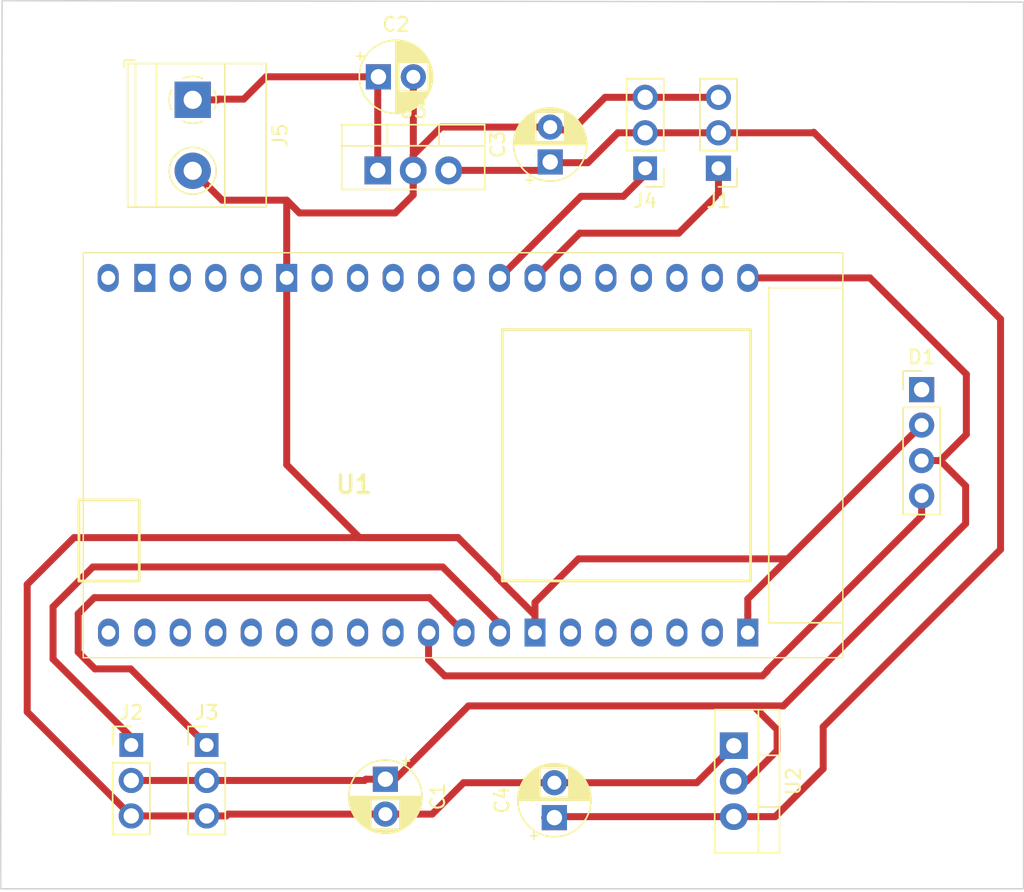
<source format=kicad_pcb>
(kicad_pcb (version 20171130) (host pcbnew "(5.1.12)-1")

  (general
    (thickness 1.6)
    (drawings 4)
    (tracks 131)
    (zones 0)
    (modules 13)
    (nets 40)
  )

  (page A4)
  (layers
    (0 F.Cu signal)
    (31 B.Cu signal)
    (32 B.Adhes user)
    (33 F.Adhes user)
    (34 B.Paste user)
    (35 F.Paste user)
    (36 B.SilkS user)
    (37 F.SilkS user)
    (38 B.Mask user)
    (39 F.Mask user)
    (40 Dwgs.User user)
    (41 Cmts.User user)
    (42 Eco1.User user)
    (43 Eco2.User user)
    (44 Edge.Cuts user)
    (45 Margin user)
    (46 B.CrtYd user)
    (47 F.CrtYd user)
    (48 B.Fab user)
    (49 F.Fab user)
  )

  (setup
    (last_trace_width 0.5)
    (trace_clearance 0.2)
    (zone_clearance 0.508)
    (zone_45_only no)
    (trace_min 0.2)
    (via_size 0.8)
    (via_drill 0.4)
    (via_min_size 0.4)
    (via_min_drill 0.3)
    (uvia_size 0.3)
    (uvia_drill 0.1)
    (uvias_allowed no)
    (uvia_min_size 0.2)
    (uvia_min_drill 0.1)
    (edge_width 0.05)
    (segment_width 0.2)
    (pcb_text_width 0.3)
    (pcb_text_size 1.5 1.5)
    (mod_edge_width 0.12)
    (mod_text_size 1 1)
    (mod_text_width 0.15)
    (pad_size 1.8 1.8)
    (pad_drill 1)
    (pad_to_mask_clearance 0)
    (aux_axis_origin 0 0)
    (visible_elements 7FFFFFFF)
    (pcbplotparams
      (layerselection 0x010a8_7fffffff)
      (usegerberextensions false)
      (usegerberattributes true)
      (usegerberadvancedattributes true)
      (creategerberjobfile true)
      (excludeedgelayer true)
      (linewidth 0.100000)
      (plotframeref false)
      (viasonmask false)
      (mode 1)
      (useauxorigin false)
      (hpglpennumber 1)
      (hpglpenspeed 20)
      (hpglpendiameter 15.000000)
      (psnegative false)
      (psa4output false)
      (plotreference true)
      (plotvalue true)
      (plotinvisibletext false)
      (padsonsilk false)
      (subtractmaskfromsilk false)
      (outputformat 1)
      (mirror false)
      (drillshape 0)
      (scaleselection 1)
      (outputdirectory "Acceso FAB/"))
  )

  (net 0 "")
  (net 1 IO5)
  (net 2 GND)
  (net 3 "Net-(D1-Pad1)")
  (net 4 "Net-(U1-Pad37)")
  (net 5 "Net-(U1-Pad36)")
  (net 6 "Net-(U1-Pad35)")
  (net 7 "Net-(U1-Pad34)")
  (net 8 "Net-(U1-Pad33)")
  (net 9 "Net-(U1-Pad32)")
  (net 10 IO19)
  (net 11 IO18)
  (net 12 "Net-(U1-Pad25)")
  (net 13 "Net-(U1-Pad24)")
  (net 14 "Net-(U1-Pad22)")
  (net 15 "Net-(U1-Pad21)")
  (net 16 "Net-(U1-Pad19)")
  (net 17 "Net-(U1-Pad18)")
  (net 18 "Net-(U1-Pad17)")
  (net 19 "Net-(U1-Pad16)")
  (net 20 "Net-(U1-Pad13)")
  (net 21 "Net-(U1-Pad12)")
  (net 22 "Net-(U1-Pad11)")
  (net 23 "Net-(U1-Pad10)")
  (net 24 "Net-(U1-Pad6)")
  (net 25 "Net-(U1-Pad5)")
  (net 26 "Net-(U1-Pad4)")
  (net 27 "Net-(U1-Pad3)")
  (net 28 Vo33)
  (net 29 Vo5)
  (net 30 IO32)
  (net 31 IO33)
  (net 32 "Net-(U1-Pad23)")
  (net 33 "Net-(U1-Pad31)")
  (net 34 "Net-(U1-Pad30)")
  (net 35 "Net-(U1-Pad15)")
  (net 36 "Net-(U1-Pad9)")
  (net 37 "Net-(U1-Pad2)")
  (net 38 "Net-(U1-Pad38)")
  (net 39 "Net-(C2-Pad1)")

  (net_class Default "This is the default net class."
    (clearance 0.2)
    (trace_width 0.5)
    (via_dia 0.8)
    (via_drill 0.4)
    (uvia_dia 0.3)
    (uvia_drill 0.1)
    (add_net GND)
    (add_net IO18)
    (add_net IO19)
    (add_net IO32)
    (add_net IO33)
    (add_net IO5)
    (add_net "Net-(C2-Pad1)")
    (add_net "Net-(D1-Pad1)")
    (add_net "Net-(U1-Pad10)")
    (add_net "Net-(U1-Pad11)")
    (add_net "Net-(U1-Pad12)")
    (add_net "Net-(U1-Pad13)")
    (add_net "Net-(U1-Pad15)")
    (add_net "Net-(U1-Pad16)")
    (add_net "Net-(U1-Pad17)")
    (add_net "Net-(U1-Pad18)")
    (add_net "Net-(U1-Pad19)")
    (add_net "Net-(U1-Pad2)")
    (add_net "Net-(U1-Pad21)")
    (add_net "Net-(U1-Pad22)")
    (add_net "Net-(U1-Pad23)")
    (add_net "Net-(U1-Pad24)")
    (add_net "Net-(U1-Pad25)")
    (add_net "Net-(U1-Pad3)")
    (add_net "Net-(U1-Pad30)")
    (add_net "Net-(U1-Pad31)")
    (add_net "Net-(U1-Pad32)")
    (add_net "Net-(U1-Pad33)")
    (add_net "Net-(U1-Pad34)")
    (add_net "Net-(U1-Pad35)")
    (add_net "Net-(U1-Pad36)")
    (add_net "Net-(U1-Pad37)")
    (add_net "Net-(U1-Pad38)")
    (add_net "Net-(U1-Pad4)")
    (add_net "Net-(U1-Pad5)")
    (add_net "Net-(U1-Pad6)")
    (add_net "Net-(U1-Pad9)")
    (add_net Vo33)
    (add_net Vo5)
  )

  (module MODULOS:Esp32wroverD (layer F.Cu) (tedit 637F9E8E) (tstamp 637435A7)
    (at 12.4 7.55)
    (descr "FireBeetle ESP32")
    (tags "Undefined or Miscellaneous")
    (path /6373C680)
    (fp_text reference U1 (at -5.8 2.1) (layer F.SilkS)
      (effects (font (size 1.27 1.27) (thickness 0.254)))
    )
    (fp_text value ESP32-DEVKITC-32D (at -4.5 -0.3) (layer F.SilkS) hide
      (effects (font (size 1.27 1.27) (thickness 0.254)))
    )
    (fp_text user %R (at -1.5 2.1) (layer F.Fab)
      (effects (font (size 1.27 1.27) (thickness 0.254)))
    )
    (fp_line (start -21.178 3.199) (end -25.5 3.199) (layer F.SilkS) (width 0.2))
    (fp_line (start -21.178 9.005) (end -21.178 3.199) (layer F.SilkS) (width 0.2))
    (fp_line (start -25.5 9.005) (end -21.178 9.005) (layer F.SilkS) (width 0.2))
    (fp_line (start -25.5 3.199) (end -25.5 9.005) (layer F.SilkS) (width 0.2))
    (fp_line (start 22.6 -9) (end 4.82 -9) (layer F.SilkS) (width 0.2))
    (fp_line (start 22.6 9) (end 22.6 -9) (layer F.SilkS) (width 0.2))
    (fp_line (start 4.82 9) (end 22.6 9) (layer F.SilkS) (width 0.2))
    (fp_line (start 4.82 -9) (end 4.82 9) (layer F.SilkS) (width 0.2))
    (fp_line (start -25.5 3.199) (end -25.5 9.005) (layer F.Fab) (width 0.2))
    (fp_line (start -21.178 9.005) (end -25.5 9.005) (layer F.Fab) (width 0.2))
    (fp_line (start -21.178 3.199) (end -21.178 9.005) (layer F.Fab) (width 0.2))
    (fp_line (start -25.5 3.199) (end -21.178 3.199) (layer F.Fab) (width 0.2))
    (fp_line (start 22.6 9) (end 22.6 -9) (layer F.Fab) (width 0.2))
    (fp_line (start 4.82 9) (end 22.6 9) (layer F.Fab) (width 0.2))
    (fp_line (start 4.82 -9) (end 4.82 9) (layer F.Fab) (width 0.2))
    (fp_line (start 22.6 -9) (end 4.82 -9) (layer F.Fab) (width 0.2))
    (fp_line (start -26.19 15.5) (end -26.19 -15.5) (layer F.CrtYd) (width 0.1))
    (fp_line (start 30.2 15.5) (end -26.19 15.5) (layer F.CrtYd) (width 0.1))
    (fp_line (start 30.2 -15.5) (end 30.2 15.5) (layer F.CrtYd) (width 0.1))
    (fp_line (start -26.19 -15.5) (end 30.2 -15.5) (layer F.CrtYd) (width 0.1))
    (fp_line (start -25.19 14.5) (end -25.19 -14.5) (layer F.SilkS) (width 0.1))
    (fp_line (start 29.21 14.5) (end -25.19 14.5) (layer F.SilkS) (width 0.1))
    (fp_line (start 29.21 -14.5) (end 29.21 14.5) (layer F.SilkS) (width 0.1))
    (fp_line (start -25.19 -14.5) (end 29.21 -14.5) (layer F.SilkS) (width 0.1))
    (fp_line (start -25.19 14.5) (end -25.19 -14.5) (layer F.Fab) (width 0.2))
    (fp_line (start 29.2 14.5) (end -25.19 14.5) (layer F.Fab) (width 0.2))
    (fp_line (start 29.2 -14.5) (end 29.2 14.5) (layer F.Fab) (width 0.2))
    (fp_line (start -25.19 -14.5) (end 29.2 -14.5) (layer F.Fab) (width 0.2))
    (fp_line (start 29.2 -12) (end 23.9 -12) (layer F.SilkS) (width 0.12))
    (fp_line (start 23.9 -12) (end 23.9 12) (layer F.SilkS) (width 0.12))
    (fp_line (start 23.9 12) (end 29.2 12) (layer F.SilkS) (width 0.12))
    (pad 37 thru_hole oval (at -20.78 12.7) (size 1.5 2) (drill 1) (layers *.Cu *.Mask)
      (net 4 "Net-(U1-Pad37)"))
    (pad 36 thru_hole oval (at -18.24 12.7) (size 1.5 2) (drill 1) (layers *.Cu *.Mask)
      (net 5 "Net-(U1-Pad36)"))
    (pad 35 thru_hole oval (at -15.7 12.7) (size 1.5 2) (drill 1) (layers *.Cu *.Mask)
      (net 6 "Net-(U1-Pad35)"))
    (pad 34 thru_hole oval (at -13.16 12.7) (size 1.5 2) (drill 1) (layers *.Cu *.Mask)
      (net 7 "Net-(U1-Pad34)"))
    (pad 33 thru_hole oval (at -10.62 12.7) (size 1.5 2) (drill 1) (layers *.Cu *.Mask)
      (net 8 "Net-(U1-Pad33)"))
    (pad 32 thru_hole oval (at -8.08 12.7) (size 1.5 2) (drill 1) (layers *.Cu *.Mask)
      (net 9 "Net-(U1-Pad32)"))
    (pad 31 thru_hole oval (at -5.54 12.7) (size 1.5 2) (drill 1) (layers *.Cu *.Mask)
      (net 33 "Net-(U1-Pad31)"))
    (pad 30 thru_hole oval (at -3 12.7) (size 1.5 2) (drill 1) (layers *.Cu *.Mask)
      (net 34 "Net-(U1-Pad30)"))
    (pad 29 thru_hole oval (at -0.46 12.7) (size 1.5 2) (drill 1) (layers *.Cu *.Mask)
      (net 1 IO5))
    (pad 28 thru_hole oval (at 2.08 12.7) (size 1.5 2) (drill 1) (layers *.Cu *.Mask)
      (net 11 IO18))
    (pad 27 thru_hole oval (at 4.62 12.7) (size 1.5 2) (drill 1) (layers *.Cu *.Mask)
      (net 10 IO19))
    (pad 26 thru_hole rect (at 7.16 12.7) (size 1.5 2) (drill 1) (layers *.Cu *.Mask)
      (net 2 GND))
    (pad 25 thru_hole oval (at 9.7 12.7) (size 1.5 2) (drill 1) (layers *.Cu *.Mask)
      (net 12 "Net-(U1-Pad25)"))
    (pad 24 thru_hole oval (at 12.24 12.7) (size 1.5 2) (drill 1) (layers *.Cu *.Mask)
      (net 13 "Net-(U1-Pad24)"))
    (pad 23 thru_hole oval (at 14.78 12.7) (size 1.5 2) (drill 1) (layers *.Cu *.Mask)
      (net 32 "Net-(U1-Pad23)"))
    (pad 22 thru_hole oval (at 17.32 12.7) (size 1.5 2) (drill 1) (layers *.Cu *.Mask)
      (net 14 "Net-(U1-Pad22)"))
    (pad 21 thru_hole oval (at 19.86 12.7) (size 1.5 2) (drill 1) (layers *.Cu *.Mask)
      (net 15 "Net-(U1-Pad21)"))
    (pad 20 thru_hole rect (at 22.4 12.7) (size 1.5 2) (drill 1) (layers *.Cu *.Mask)
      (net 2 GND))
    (pad 18 thru_hole rect (at -20.78 -12.7) (size 1.5 2) (drill 1) (layers *.Cu *.Mask)
      (net 17 "Net-(U1-Pad18)"))
    (pad 17 thru_hole oval (at -18.24 -12.7) (size 1.5 2) (drill 1) (layers *.Cu *.Mask)
      (net 18 "Net-(U1-Pad17)"))
    (pad 16 thru_hole oval (at -15.7 -12.7) (size 1.5 2) (drill 1) (layers *.Cu *.Mask)
      (net 19 "Net-(U1-Pad16)"))
    (pad 15 thru_hole oval (at -13.16 -12.7) (size 1.5 2) (drill 1) (layers *.Cu *.Mask)
      (net 35 "Net-(U1-Pad15)"))
    (pad 14 thru_hole rect (at -10.62 -12.7) (size 1.5 2) (drill 1) (layers *.Cu *.Mask)
      (net 2 GND))
    (pad 13 thru_hole oval (at -8.08 -12.7) (size 1.5 2) (drill 1) (layers *.Cu *.Mask)
      (net 20 "Net-(U1-Pad13)"))
    (pad 12 thru_hole oval (at -5.54 -12.7) (size 1.5 2) (drill 1) (layers *.Cu *.Mask)
      (net 21 "Net-(U1-Pad12)"))
    (pad 11 thru_hole oval (at -3 -12.7) (size 1.5 2) (drill 1) (layers *.Cu *.Mask)
      (net 22 "Net-(U1-Pad11)"))
    (pad 10 thru_hole oval (at -0.46 -12.7) (size 1.5 2) (drill 1) (layers *.Cu *.Mask)
      (net 23 "Net-(U1-Pad10)"))
    (pad 9 thru_hole oval (at 2.08 -12.7) (size 1.5 2) (drill 1) (layers *.Cu *.Mask)
      (net 36 "Net-(U1-Pad9)"))
    (pad 8 thru_hole oval (at 4.62 -12.7) (size 1.5 2) (drill 1) (layers *.Cu *.Mask)
      (net 31 IO33))
    (pad 7 thru_hole oval (at 7.16 -12.7) (size 1.5 2) (drill 1) (layers *.Cu *.Mask)
      (net 30 IO32))
    (pad 6 thru_hole oval (at 9.7 -12.7) (size 1.5 2) (drill 1) (layers *.Cu *.Mask)
      (net 24 "Net-(U1-Pad6)"))
    (pad 5 thru_hole oval (at 12.24 -12.7) (size 1.5 2) (drill 1) (layers *.Cu *.Mask)
      (net 25 "Net-(U1-Pad5)"))
    (pad 4 thru_hole oval (at 14.78 -12.7) (size 1.5 2) (drill 1) (layers *.Cu *.Mask)
      (net 26 "Net-(U1-Pad4)"))
    (pad 3 thru_hole oval (at 17.32 -12.7) (size 1.5 2) (drill 1) (layers *.Cu *.Mask)
      (net 27 "Net-(U1-Pad3)"))
    (pad 2 thru_hole oval (at 19.86 -12.7) (size 1.5 2) (drill 1) (layers *.Cu *.Mask)
      (net 37 "Net-(U1-Pad2)"))
    (pad 1 thru_hole oval (at 22.4 -12.7) (size 1.5 2) (drill 1) (layers *.Cu *.Mask)
      (net 28 Vo33))
    (pad 19 thru_hole oval (at -23.4 -12.7) (size 1.5 2) (drill 1) (layers *.Cu *.Mask)
      (net 16 "Net-(U1-Pad19)"))
    (pad 38 thru_hole oval (at -23.38 12.7) (size 1.5 2) (drill 1) (layers *.Cu *.Mask)
      (net 38 "Net-(U1-Pad38)"))
    (model DFR0478.stp
      (offset (xyz 3.739999953367545 0 0.8500000110761464))
      (scale (xyz 1 1 1))
      (rotate (xyz 0 0 -90))
    )
  )

  (module Package_TO_SOT_THT:TO-220-3_Vertical (layer F.Cu) (tedit 5AC8BA0D) (tstamp 638520C7)
    (at 8.3 -12.85)
    (descr "TO-220-3, Vertical, RM 2.54mm, see https://www.vishay.com/docs/66542/to-220-1.pdf")
    (tags "TO-220-3 Vertical RM 2.54mm")
    (path /63852FCB)
    (fp_text reference U3 (at 2.54 -4.27) (layer F.SilkS)
      (effects (font (size 1 1) (thickness 0.15)))
    )
    (fp_text value LM7805_TO220 (at 2.54 2.5) (layer F.Fab)
      (effects (font (size 1 1) (thickness 0.15)))
    )
    (fp_line (start 7.79 -3.4) (end -2.71 -3.4) (layer F.CrtYd) (width 0.05))
    (fp_line (start 7.79 1.51) (end 7.79 -3.4) (layer F.CrtYd) (width 0.05))
    (fp_line (start -2.71 1.51) (end 7.79 1.51) (layer F.CrtYd) (width 0.05))
    (fp_line (start -2.71 -3.4) (end -2.71 1.51) (layer F.CrtYd) (width 0.05))
    (fp_line (start 4.391 -3.27) (end 4.391 -1.76) (layer F.SilkS) (width 0.12))
    (fp_line (start 0.69 -3.27) (end 0.69 -1.76) (layer F.SilkS) (width 0.12))
    (fp_line (start -2.58 -1.76) (end 7.66 -1.76) (layer F.SilkS) (width 0.12))
    (fp_line (start 7.66 -3.27) (end 7.66 1.371) (layer F.SilkS) (width 0.12))
    (fp_line (start -2.58 -3.27) (end -2.58 1.371) (layer F.SilkS) (width 0.12))
    (fp_line (start -2.58 1.371) (end 7.66 1.371) (layer F.SilkS) (width 0.12))
    (fp_line (start -2.58 -3.27) (end 7.66 -3.27) (layer F.SilkS) (width 0.12))
    (fp_line (start 4.39 -3.15) (end 4.39 -1.88) (layer F.Fab) (width 0.1))
    (fp_line (start 0.69 -3.15) (end 0.69 -1.88) (layer F.Fab) (width 0.1))
    (fp_line (start -2.46 -1.88) (end 7.54 -1.88) (layer F.Fab) (width 0.1))
    (fp_line (start 7.54 -3.15) (end -2.46 -3.15) (layer F.Fab) (width 0.1))
    (fp_line (start 7.54 1.25) (end 7.54 -3.15) (layer F.Fab) (width 0.1))
    (fp_line (start -2.46 1.25) (end 7.54 1.25) (layer F.Fab) (width 0.1))
    (fp_line (start -2.46 -3.15) (end -2.46 1.25) (layer F.Fab) (width 0.1))
    (fp_text user %R (at 2.54 -4.27) (layer F.Fab)
      (effects (font (size 1 1) (thickness 0.15)))
    )
    (pad 3 thru_hole oval (at 5.08 0) (size 1.905 2) (drill 1.1) (layers *.Cu *.Mask)
      (net 29 Vo5))
    (pad 2 thru_hole oval (at 2.54 0) (size 1.905 2) (drill 1.1) (layers *.Cu *.Mask)
      (net 2 GND))
    (pad 1 thru_hole rect (at 0 0) (size 1.905 2) (drill 1.1) (layers *.Cu *.Mask)
      (net 39 "Net-(C2-Pad1)"))
    (model ${KISYS3DMOD}/Package_TO_SOT_THT.3dshapes/TO-220-3_Vertical.wrl
      (at (xyz 0 0 0))
      (scale (xyz 1 1 1))
      (rotate (xyz 0 0 0))
    )
  )

  (module Capacitor_THT:CP_Radial_D5.0mm_P2.50mm (layer F.Cu) (tedit 5AE50EF0) (tstamp 632A6520)
    (at 20.95 33.5 90)
    (descr "CP, Radial series, Radial, pin pitch=2.50mm, , diameter=5mm, Electrolytic Capacitor")
    (tags "CP Radial series Radial pin pitch 2.50mm  diameter 5mm Electrolytic Capacitor")
    (path /63250B97)
    (fp_text reference C4 (at 1.25 -3.75 90) (layer F.SilkS)
      (effects (font (size 1 1) (thickness 0.15)))
    )
    (fp_text value 100U (at 1.25 3.75 90) (layer F.Fab)
      (effects (font (size 1 1) (thickness 0.15)))
    )
    (fp_line (start -1.304775 -1.725) (end -1.304775 -1.225) (layer F.SilkS) (width 0.12))
    (fp_line (start -1.554775 -1.475) (end -1.054775 -1.475) (layer F.SilkS) (width 0.12))
    (fp_line (start 3.851 -0.284) (end 3.851 0.284) (layer F.SilkS) (width 0.12))
    (fp_line (start 3.811 -0.518) (end 3.811 0.518) (layer F.SilkS) (width 0.12))
    (fp_line (start 3.771 -0.677) (end 3.771 0.677) (layer F.SilkS) (width 0.12))
    (fp_line (start 3.731 -0.805) (end 3.731 0.805) (layer F.SilkS) (width 0.12))
    (fp_line (start 3.691 -0.915) (end 3.691 0.915) (layer F.SilkS) (width 0.12))
    (fp_line (start 3.651 -1.011) (end 3.651 1.011) (layer F.SilkS) (width 0.12))
    (fp_line (start 3.611 -1.098) (end 3.611 1.098) (layer F.SilkS) (width 0.12))
    (fp_line (start 3.571 -1.178) (end 3.571 1.178) (layer F.SilkS) (width 0.12))
    (fp_line (start 3.531 1.04) (end 3.531 1.251) (layer F.SilkS) (width 0.12))
    (fp_line (start 3.531 -1.251) (end 3.531 -1.04) (layer F.SilkS) (width 0.12))
    (fp_line (start 3.491 1.04) (end 3.491 1.319) (layer F.SilkS) (width 0.12))
    (fp_line (start 3.491 -1.319) (end 3.491 -1.04) (layer F.SilkS) (width 0.12))
    (fp_line (start 3.451 1.04) (end 3.451 1.383) (layer F.SilkS) (width 0.12))
    (fp_line (start 3.451 -1.383) (end 3.451 -1.04) (layer F.SilkS) (width 0.12))
    (fp_line (start 3.411 1.04) (end 3.411 1.443) (layer F.SilkS) (width 0.12))
    (fp_line (start 3.411 -1.443) (end 3.411 -1.04) (layer F.SilkS) (width 0.12))
    (fp_line (start 3.371 1.04) (end 3.371 1.5) (layer F.SilkS) (width 0.12))
    (fp_line (start 3.371 -1.5) (end 3.371 -1.04) (layer F.SilkS) (width 0.12))
    (fp_line (start 3.331 1.04) (end 3.331 1.554) (layer F.SilkS) (width 0.12))
    (fp_line (start 3.331 -1.554) (end 3.331 -1.04) (layer F.SilkS) (width 0.12))
    (fp_line (start 3.291 1.04) (end 3.291 1.605) (layer F.SilkS) (width 0.12))
    (fp_line (start 3.291 -1.605) (end 3.291 -1.04) (layer F.SilkS) (width 0.12))
    (fp_line (start 3.251 1.04) (end 3.251 1.653) (layer F.SilkS) (width 0.12))
    (fp_line (start 3.251 -1.653) (end 3.251 -1.04) (layer F.SilkS) (width 0.12))
    (fp_line (start 3.211 1.04) (end 3.211 1.699) (layer F.SilkS) (width 0.12))
    (fp_line (start 3.211 -1.699) (end 3.211 -1.04) (layer F.SilkS) (width 0.12))
    (fp_line (start 3.171 1.04) (end 3.171 1.743) (layer F.SilkS) (width 0.12))
    (fp_line (start 3.171 -1.743) (end 3.171 -1.04) (layer F.SilkS) (width 0.12))
    (fp_line (start 3.131 1.04) (end 3.131 1.785) (layer F.SilkS) (width 0.12))
    (fp_line (start 3.131 -1.785) (end 3.131 -1.04) (layer F.SilkS) (width 0.12))
    (fp_line (start 3.091 1.04) (end 3.091 1.826) (layer F.SilkS) (width 0.12))
    (fp_line (start 3.091 -1.826) (end 3.091 -1.04) (layer F.SilkS) (width 0.12))
    (fp_line (start 3.051 1.04) (end 3.051 1.864) (layer F.SilkS) (width 0.12))
    (fp_line (start 3.051 -1.864) (end 3.051 -1.04) (layer F.SilkS) (width 0.12))
    (fp_line (start 3.011 1.04) (end 3.011 1.901) (layer F.SilkS) (width 0.12))
    (fp_line (start 3.011 -1.901) (end 3.011 -1.04) (layer F.SilkS) (width 0.12))
    (fp_line (start 2.971 1.04) (end 2.971 1.937) (layer F.SilkS) (width 0.12))
    (fp_line (start 2.971 -1.937) (end 2.971 -1.04) (layer F.SilkS) (width 0.12))
    (fp_line (start 2.931 1.04) (end 2.931 1.971) (layer F.SilkS) (width 0.12))
    (fp_line (start 2.931 -1.971) (end 2.931 -1.04) (layer F.SilkS) (width 0.12))
    (fp_line (start 2.891 1.04) (end 2.891 2.004) (layer F.SilkS) (width 0.12))
    (fp_line (start 2.891 -2.004) (end 2.891 -1.04) (layer F.SilkS) (width 0.12))
    (fp_line (start 2.851 1.04) (end 2.851 2.035) (layer F.SilkS) (width 0.12))
    (fp_line (start 2.851 -2.035) (end 2.851 -1.04) (layer F.SilkS) (width 0.12))
    (fp_line (start 2.811 1.04) (end 2.811 2.065) (layer F.SilkS) (width 0.12))
    (fp_line (start 2.811 -2.065) (end 2.811 -1.04) (layer F.SilkS) (width 0.12))
    (fp_line (start 2.771 1.04) (end 2.771 2.095) (layer F.SilkS) (width 0.12))
    (fp_line (start 2.771 -2.095) (end 2.771 -1.04) (layer F.SilkS) (width 0.12))
    (fp_line (start 2.731 1.04) (end 2.731 2.122) (layer F.SilkS) (width 0.12))
    (fp_line (start 2.731 -2.122) (end 2.731 -1.04) (layer F.SilkS) (width 0.12))
    (fp_line (start 2.691 1.04) (end 2.691 2.149) (layer F.SilkS) (width 0.12))
    (fp_line (start 2.691 -2.149) (end 2.691 -1.04) (layer F.SilkS) (width 0.12))
    (fp_line (start 2.651 1.04) (end 2.651 2.175) (layer F.SilkS) (width 0.12))
    (fp_line (start 2.651 -2.175) (end 2.651 -1.04) (layer F.SilkS) (width 0.12))
    (fp_line (start 2.611 1.04) (end 2.611 2.2) (layer F.SilkS) (width 0.12))
    (fp_line (start 2.611 -2.2) (end 2.611 -1.04) (layer F.SilkS) (width 0.12))
    (fp_line (start 2.571 1.04) (end 2.571 2.224) (layer F.SilkS) (width 0.12))
    (fp_line (start 2.571 -2.224) (end 2.571 -1.04) (layer F.SilkS) (width 0.12))
    (fp_line (start 2.531 1.04) (end 2.531 2.247) (layer F.SilkS) (width 0.12))
    (fp_line (start 2.531 -2.247) (end 2.531 -1.04) (layer F.SilkS) (width 0.12))
    (fp_line (start 2.491 1.04) (end 2.491 2.268) (layer F.SilkS) (width 0.12))
    (fp_line (start 2.491 -2.268) (end 2.491 -1.04) (layer F.SilkS) (width 0.12))
    (fp_line (start 2.451 1.04) (end 2.451 2.29) (layer F.SilkS) (width 0.12))
    (fp_line (start 2.451 -2.29) (end 2.451 -1.04) (layer F.SilkS) (width 0.12))
    (fp_line (start 2.411 1.04) (end 2.411 2.31) (layer F.SilkS) (width 0.12))
    (fp_line (start 2.411 -2.31) (end 2.411 -1.04) (layer F.SilkS) (width 0.12))
    (fp_line (start 2.371 1.04) (end 2.371 2.329) (layer F.SilkS) (width 0.12))
    (fp_line (start 2.371 -2.329) (end 2.371 -1.04) (layer F.SilkS) (width 0.12))
    (fp_line (start 2.331 1.04) (end 2.331 2.348) (layer F.SilkS) (width 0.12))
    (fp_line (start 2.331 -2.348) (end 2.331 -1.04) (layer F.SilkS) (width 0.12))
    (fp_line (start 2.291 1.04) (end 2.291 2.365) (layer F.SilkS) (width 0.12))
    (fp_line (start 2.291 -2.365) (end 2.291 -1.04) (layer F.SilkS) (width 0.12))
    (fp_line (start 2.251 1.04) (end 2.251 2.382) (layer F.SilkS) (width 0.12))
    (fp_line (start 2.251 -2.382) (end 2.251 -1.04) (layer F.SilkS) (width 0.12))
    (fp_line (start 2.211 1.04) (end 2.211 2.398) (layer F.SilkS) (width 0.12))
    (fp_line (start 2.211 -2.398) (end 2.211 -1.04) (layer F.SilkS) (width 0.12))
    (fp_line (start 2.171 1.04) (end 2.171 2.414) (layer F.SilkS) (width 0.12))
    (fp_line (start 2.171 -2.414) (end 2.171 -1.04) (layer F.SilkS) (width 0.12))
    (fp_line (start 2.131 1.04) (end 2.131 2.428) (layer F.SilkS) (width 0.12))
    (fp_line (start 2.131 -2.428) (end 2.131 -1.04) (layer F.SilkS) (width 0.12))
    (fp_line (start 2.091 1.04) (end 2.091 2.442) (layer F.SilkS) (width 0.12))
    (fp_line (start 2.091 -2.442) (end 2.091 -1.04) (layer F.SilkS) (width 0.12))
    (fp_line (start 2.051 1.04) (end 2.051 2.455) (layer F.SilkS) (width 0.12))
    (fp_line (start 2.051 -2.455) (end 2.051 -1.04) (layer F.SilkS) (width 0.12))
    (fp_line (start 2.011 1.04) (end 2.011 2.468) (layer F.SilkS) (width 0.12))
    (fp_line (start 2.011 -2.468) (end 2.011 -1.04) (layer F.SilkS) (width 0.12))
    (fp_line (start 1.971 1.04) (end 1.971 2.48) (layer F.SilkS) (width 0.12))
    (fp_line (start 1.971 -2.48) (end 1.971 -1.04) (layer F.SilkS) (width 0.12))
    (fp_line (start 1.93 1.04) (end 1.93 2.491) (layer F.SilkS) (width 0.12))
    (fp_line (start 1.93 -2.491) (end 1.93 -1.04) (layer F.SilkS) (width 0.12))
    (fp_line (start 1.89 1.04) (end 1.89 2.501) (layer F.SilkS) (width 0.12))
    (fp_line (start 1.89 -2.501) (end 1.89 -1.04) (layer F.SilkS) (width 0.12))
    (fp_line (start 1.85 1.04) (end 1.85 2.511) (layer F.SilkS) (width 0.12))
    (fp_line (start 1.85 -2.511) (end 1.85 -1.04) (layer F.SilkS) (width 0.12))
    (fp_line (start 1.81 1.04) (end 1.81 2.52) (layer F.SilkS) (width 0.12))
    (fp_line (start 1.81 -2.52) (end 1.81 -1.04) (layer F.SilkS) (width 0.12))
    (fp_line (start 1.77 1.04) (end 1.77 2.528) (layer F.SilkS) (width 0.12))
    (fp_line (start 1.77 -2.528) (end 1.77 -1.04) (layer F.SilkS) (width 0.12))
    (fp_line (start 1.73 1.04) (end 1.73 2.536) (layer F.SilkS) (width 0.12))
    (fp_line (start 1.73 -2.536) (end 1.73 -1.04) (layer F.SilkS) (width 0.12))
    (fp_line (start 1.69 1.04) (end 1.69 2.543) (layer F.SilkS) (width 0.12))
    (fp_line (start 1.69 -2.543) (end 1.69 -1.04) (layer F.SilkS) (width 0.12))
    (fp_line (start 1.65 1.04) (end 1.65 2.55) (layer F.SilkS) (width 0.12))
    (fp_line (start 1.65 -2.55) (end 1.65 -1.04) (layer F.SilkS) (width 0.12))
    (fp_line (start 1.61 1.04) (end 1.61 2.556) (layer F.SilkS) (width 0.12))
    (fp_line (start 1.61 -2.556) (end 1.61 -1.04) (layer F.SilkS) (width 0.12))
    (fp_line (start 1.57 1.04) (end 1.57 2.561) (layer F.SilkS) (width 0.12))
    (fp_line (start 1.57 -2.561) (end 1.57 -1.04) (layer F.SilkS) (width 0.12))
    (fp_line (start 1.53 1.04) (end 1.53 2.565) (layer F.SilkS) (width 0.12))
    (fp_line (start 1.53 -2.565) (end 1.53 -1.04) (layer F.SilkS) (width 0.12))
    (fp_line (start 1.49 1.04) (end 1.49 2.569) (layer F.SilkS) (width 0.12))
    (fp_line (start 1.49 -2.569) (end 1.49 -1.04) (layer F.SilkS) (width 0.12))
    (fp_line (start 1.45 -2.573) (end 1.45 2.573) (layer F.SilkS) (width 0.12))
    (fp_line (start 1.41 -2.576) (end 1.41 2.576) (layer F.SilkS) (width 0.12))
    (fp_line (start 1.37 -2.578) (end 1.37 2.578) (layer F.SilkS) (width 0.12))
    (fp_line (start 1.33 -2.579) (end 1.33 2.579) (layer F.SilkS) (width 0.12))
    (fp_line (start 1.29 -2.58) (end 1.29 2.58) (layer F.SilkS) (width 0.12))
    (fp_line (start 1.25 -2.58) (end 1.25 2.58) (layer F.SilkS) (width 0.12))
    (fp_line (start -0.633605 -1.3375) (end -0.633605 -0.8375) (layer F.Fab) (width 0.1))
    (fp_line (start -0.883605 -1.0875) (end -0.383605 -1.0875) (layer F.Fab) (width 0.1))
    (fp_circle (center 1.25 0) (end 4 0) (layer F.CrtYd) (width 0.05))
    (fp_circle (center 1.25 0) (end 3.87 0) (layer F.SilkS) (width 0.12))
    (fp_circle (center 1.25 0) (end 3.75 0) (layer F.Fab) (width 0.1))
    (fp_text user %R (at 1.25 0 90) (layer F.Fab)
      (effects (font (size 1 1) (thickness 0.15)))
    )
    (pad 2 thru_hole circle (at 2.5 0 90) (size 1.8 1.8) (drill 1) (layers *.Cu *.Mask)
      (net 2 GND))
    (pad 1 thru_hole rect (at 0 0 90) (size 1.8 1.8) (drill 1.1) (layers *.Cu *.Mask)
      (net 29 Vo5))
    (model ${KISYS3DMOD}/Capacitor_THT.3dshapes/CP_Radial_D5.0mm_P2.50mm.wrl
      (at (xyz 0 0 0))
      (scale (xyz 1 1 1))
      (rotate (xyz 0 0 0))
    )
  )

  (module Capacitor_THT:CP_Radial_D5.0mm_P2.50mm (layer F.Cu) (tedit 5AE50EF0) (tstamp 632B4EF9)
    (at 20.65 -13.45 90)
    (descr "CP, Radial series, Radial, pin pitch=2.50mm, , diameter=5mm, Electrolytic Capacitor")
    (tags "CP Radial series Radial pin pitch 2.50mm  diameter 5mm Electrolytic Capacitor")
    (path /632BFDC8)
    (fp_text reference C3 (at 1.25 -3.75 90) (layer F.SilkS)
      (effects (font (size 1 1) (thickness 0.15)))
    )
    (fp_text value 100U (at 1.25 3.75 90) (layer F.Fab)
      (effects (font (size 1 1) (thickness 0.15)))
    )
    (fp_line (start -1.304775 -1.725) (end -1.304775 -1.225) (layer F.SilkS) (width 0.12))
    (fp_line (start -1.554775 -1.475) (end -1.054775 -1.475) (layer F.SilkS) (width 0.12))
    (fp_line (start 3.851 -0.284) (end 3.851 0.284) (layer F.SilkS) (width 0.12))
    (fp_line (start 3.811 -0.518) (end 3.811 0.518) (layer F.SilkS) (width 0.12))
    (fp_line (start 3.771 -0.677) (end 3.771 0.677) (layer F.SilkS) (width 0.12))
    (fp_line (start 3.731 -0.805) (end 3.731 0.805) (layer F.SilkS) (width 0.12))
    (fp_line (start 3.691 -0.915) (end 3.691 0.915) (layer F.SilkS) (width 0.12))
    (fp_line (start 3.651 -1.011) (end 3.651 1.011) (layer F.SilkS) (width 0.12))
    (fp_line (start 3.611 -1.098) (end 3.611 1.098) (layer F.SilkS) (width 0.12))
    (fp_line (start 3.571 -1.178) (end 3.571 1.178) (layer F.SilkS) (width 0.12))
    (fp_line (start 3.531 1.04) (end 3.531 1.251) (layer F.SilkS) (width 0.12))
    (fp_line (start 3.531 -1.251) (end 3.531 -1.04) (layer F.SilkS) (width 0.12))
    (fp_line (start 3.491 1.04) (end 3.491 1.319) (layer F.SilkS) (width 0.12))
    (fp_line (start 3.491 -1.319) (end 3.491 -1.04) (layer F.SilkS) (width 0.12))
    (fp_line (start 3.451 1.04) (end 3.451 1.383) (layer F.SilkS) (width 0.12))
    (fp_line (start 3.451 -1.383) (end 3.451 -1.04) (layer F.SilkS) (width 0.12))
    (fp_line (start 3.411 1.04) (end 3.411 1.443) (layer F.SilkS) (width 0.12))
    (fp_line (start 3.411 -1.443) (end 3.411 -1.04) (layer F.SilkS) (width 0.12))
    (fp_line (start 3.371 1.04) (end 3.371 1.5) (layer F.SilkS) (width 0.12))
    (fp_line (start 3.371 -1.5) (end 3.371 -1.04) (layer F.SilkS) (width 0.12))
    (fp_line (start 3.331 1.04) (end 3.331 1.554) (layer F.SilkS) (width 0.12))
    (fp_line (start 3.331 -1.554) (end 3.331 -1.04) (layer F.SilkS) (width 0.12))
    (fp_line (start 3.291 1.04) (end 3.291 1.605) (layer F.SilkS) (width 0.12))
    (fp_line (start 3.291 -1.605) (end 3.291 -1.04) (layer F.SilkS) (width 0.12))
    (fp_line (start 3.251 1.04) (end 3.251 1.653) (layer F.SilkS) (width 0.12))
    (fp_line (start 3.251 -1.653) (end 3.251 -1.04) (layer F.SilkS) (width 0.12))
    (fp_line (start 3.211 1.04) (end 3.211 1.699) (layer F.SilkS) (width 0.12))
    (fp_line (start 3.211 -1.699) (end 3.211 -1.04) (layer F.SilkS) (width 0.12))
    (fp_line (start 3.171 1.04) (end 3.171 1.743) (layer F.SilkS) (width 0.12))
    (fp_line (start 3.171 -1.743) (end 3.171 -1.04) (layer F.SilkS) (width 0.12))
    (fp_line (start 3.131 1.04) (end 3.131 1.785) (layer F.SilkS) (width 0.12))
    (fp_line (start 3.131 -1.785) (end 3.131 -1.04) (layer F.SilkS) (width 0.12))
    (fp_line (start 3.091 1.04) (end 3.091 1.826) (layer F.SilkS) (width 0.12))
    (fp_line (start 3.091 -1.826) (end 3.091 -1.04) (layer F.SilkS) (width 0.12))
    (fp_line (start 3.051 1.04) (end 3.051 1.864) (layer F.SilkS) (width 0.12))
    (fp_line (start 3.051 -1.864) (end 3.051 -1.04) (layer F.SilkS) (width 0.12))
    (fp_line (start 3.011 1.04) (end 3.011 1.901) (layer F.SilkS) (width 0.12))
    (fp_line (start 3.011 -1.901) (end 3.011 -1.04) (layer F.SilkS) (width 0.12))
    (fp_line (start 2.971 1.04) (end 2.971 1.937) (layer F.SilkS) (width 0.12))
    (fp_line (start 2.971 -1.937) (end 2.971 -1.04) (layer F.SilkS) (width 0.12))
    (fp_line (start 2.931 1.04) (end 2.931 1.971) (layer F.SilkS) (width 0.12))
    (fp_line (start 2.931 -1.971) (end 2.931 -1.04) (layer F.SilkS) (width 0.12))
    (fp_line (start 2.891 1.04) (end 2.891 2.004) (layer F.SilkS) (width 0.12))
    (fp_line (start 2.891 -2.004) (end 2.891 -1.04) (layer F.SilkS) (width 0.12))
    (fp_line (start 2.851 1.04) (end 2.851 2.035) (layer F.SilkS) (width 0.12))
    (fp_line (start 2.851 -2.035) (end 2.851 -1.04) (layer F.SilkS) (width 0.12))
    (fp_line (start 2.811 1.04) (end 2.811 2.065) (layer F.SilkS) (width 0.12))
    (fp_line (start 2.811 -2.065) (end 2.811 -1.04) (layer F.SilkS) (width 0.12))
    (fp_line (start 2.771 1.04) (end 2.771 2.095) (layer F.SilkS) (width 0.12))
    (fp_line (start 2.771 -2.095) (end 2.771 -1.04) (layer F.SilkS) (width 0.12))
    (fp_line (start 2.731 1.04) (end 2.731 2.122) (layer F.SilkS) (width 0.12))
    (fp_line (start 2.731 -2.122) (end 2.731 -1.04) (layer F.SilkS) (width 0.12))
    (fp_line (start 2.691 1.04) (end 2.691 2.149) (layer F.SilkS) (width 0.12))
    (fp_line (start 2.691 -2.149) (end 2.691 -1.04) (layer F.SilkS) (width 0.12))
    (fp_line (start 2.651 1.04) (end 2.651 2.175) (layer F.SilkS) (width 0.12))
    (fp_line (start 2.651 -2.175) (end 2.651 -1.04) (layer F.SilkS) (width 0.12))
    (fp_line (start 2.611 1.04) (end 2.611 2.2) (layer F.SilkS) (width 0.12))
    (fp_line (start 2.611 -2.2) (end 2.611 -1.04) (layer F.SilkS) (width 0.12))
    (fp_line (start 2.571 1.04) (end 2.571 2.224) (layer F.SilkS) (width 0.12))
    (fp_line (start 2.571 -2.224) (end 2.571 -1.04) (layer F.SilkS) (width 0.12))
    (fp_line (start 2.531 1.04) (end 2.531 2.247) (layer F.SilkS) (width 0.12))
    (fp_line (start 2.531 -2.247) (end 2.531 -1.04) (layer F.SilkS) (width 0.12))
    (fp_line (start 2.491 1.04) (end 2.491 2.268) (layer F.SilkS) (width 0.12))
    (fp_line (start 2.491 -2.268) (end 2.491 -1.04) (layer F.SilkS) (width 0.12))
    (fp_line (start 2.451 1.04) (end 2.451 2.29) (layer F.SilkS) (width 0.12))
    (fp_line (start 2.451 -2.29) (end 2.451 -1.04) (layer F.SilkS) (width 0.12))
    (fp_line (start 2.411 1.04) (end 2.411 2.31) (layer F.SilkS) (width 0.12))
    (fp_line (start 2.411 -2.31) (end 2.411 -1.04) (layer F.SilkS) (width 0.12))
    (fp_line (start 2.371 1.04) (end 2.371 2.329) (layer F.SilkS) (width 0.12))
    (fp_line (start 2.371 -2.329) (end 2.371 -1.04) (layer F.SilkS) (width 0.12))
    (fp_line (start 2.331 1.04) (end 2.331 2.348) (layer F.SilkS) (width 0.12))
    (fp_line (start 2.331 -2.348) (end 2.331 -1.04) (layer F.SilkS) (width 0.12))
    (fp_line (start 2.291 1.04) (end 2.291 2.365) (layer F.SilkS) (width 0.12))
    (fp_line (start 2.291 -2.365) (end 2.291 -1.04) (layer F.SilkS) (width 0.12))
    (fp_line (start 2.251 1.04) (end 2.251 2.382) (layer F.SilkS) (width 0.12))
    (fp_line (start 2.251 -2.382) (end 2.251 -1.04) (layer F.SilkS) (width 0.12))
    (fp_line (start 2.211 1.04) (end 2.211 2.398) (layer F.SilkS) (width 0.12))
    (fp_line (start 2.211 -2.398) (end 2.211 -1.04) (layer F.SilkS) (width 0.12))
    (fp_line (start 2.171 1.04) (end 2.171 2.414) (layer F.SilkS) (width 0.12))
    (fp_line (start 2.171 -2.414) (end 2.171 -1.04) (layer F.SilkS) (width 0.12))
    (fp_line (start 2.131 1.04) (end 2.131 2.428) (layer F.SilkS) (width 0.12))
    (fp_line (start 2.131 -2.428) (end 2.131 -1.04) (layer F.SilkS) (width 0.12))
    (fp_line (start 2.091 1.04) (end 2.091 2.442) (layer F.SilkS) (width 0.12))
    (fp_line (start 2.091 -2.442) (end 2.091 -1.04) (layer F.SilkS) (width 0.12))
    (fp_line (start 2.051 1.04) (end 2.051 2.455) (layer F.SilkS) (width 0.12))
    (fp_line (start 2.051 -2.455) (end 2.051 -1.04) (layer F.SilkS) (width 0.12))
    (fp_line (start 2.011 1.04) (end 2.011 2.468) (layer F.SilkS) (width 0.12))
    (fp_line (start 2.011 -2.468) (end 2.011 -1.04) (layer F.SilkS) (width 0.12))
    (fp_line (start 1.971 1.04) (end 1.971 2.48) (layer F.SilkS) (width 0.12))
    (fp_line (start 1.971 -2.48) (end 1.971 -1.04) (layer F.SilkS) (width 0.12))
    (fp_line (start 1.93 1.04) (end 1.93 2.491) (layer F.SilkS) (width 0.12))
    (fp_line (start 1.93 -2.491) (end 1.93 -1.04) (layer F.SilkS) (width 0.12))
    (fp_line (start 1.89 1.04) (end 1.89 2.501) (layer F.SilkS) (width 0.12))
    (fp_line (start 1.89 -2.501) (end 1.89 -1.04) (layer F.SilkS) (width 0.12))
    (fp_line (start 1.85 1.04) (end 1.85 2.511) (layer F.SilkS) (width 0.12))
    (fp_line (start 1.85 -2.511) (end 1.85 -1.04) (layer F.SilkS) (width 0.12))
    (fp_line (start 1.81 1.04) (end 1.81 2.52) (layer F.SilkS) (width 0.12))
    (fp_line (start 1.81 -2.52) (end 1.81 -1.04) (layer F.SilkS) (width 0.12))
    (fp_line (start 1.77 1.04) (end 1.77 2.528) (layer F.SilkS) (width 0.12))
    (fp_line (start 1.77 -2.528) (end 1.77 -1.04) (layer F.SilkS) (width 0.12))
    (fp_line (start 1.73 1.04) (end 1.73 2.536) (layer F.SilkS) (width 0.12))
    (fp_line (start 1.73 -2.536) (end 1.73 -1.04) (layer F.SilkS) (width 0.12))
    (fp_line (start 1.69 1.04) (end 1.69 2.543) (layer F.SilkS) (width 0.12))
    (fp_line (start 1.69 -2.543) (end 1.69 -1.04) (layer F.SilkS) (width 0.12))
    (fp_line (start 1.65 1.04) (end 1.65 2.55) (layer F.SilkS) (width 0.12))
    (fp_line (start 1.65 -2.55) (end 1.65 -1.04) (layer F.SilkS) (width 0.12))
    (fp_line (start 1.61 1.04) (end 1.61 2.556) (layer F.SilkS) (width 0.12))
    (fp_line (start 1.61 -2.556) (end 1.61 -1.04) (layer F.SilkS) (width 0.12))
    (fp_line (start 1.57 1.04) (end 1.57 2.561) (layer F.SilkS) (width 0.12))
    (fp_line (start 1.57 -2.561) (end 1.57 -1.04) (layer F.SilkS) (width 0.12))
    (fp_line (start 1.53 1.04) (end 1.53 2.565) (layer F.SilkS) (width 0.12))
    (fp_line (start 1.53 -2.565) (end 1.53 -1.04) (layer F.SilkS) (width 0.12))
    (fp_line (start 1.49 1.04) (end 1.49 2.569) (layer F.SilkS) (width 0.12))
    (fp_line (start 1.49 -2.569) (end 1.49 -1.04) (layer F.SilkS) (width 0.12))
    (fp_line (start 1.45 -2.573) (end 1.45 2.573) (layer F.SilkS) (width 0.12))
    (fp_line (start 1.41 -2.576) (end 1.41 2.576) (layer F.SilkS) (width 0.12))
    (fp_line (start 1.37 -2.578) (end 1.37 2.578) (layer F.SilkS) (width 0.12))
    (fp_line (start 1.33 -2.579) (end 1.33 2.579) (layer F.SilkS) (width 0.12))
    (fp_line (start 1.29 -2.58) (end 1.29 2.58) (layer F.SilkS) (width 0.12))
    (fp_line (start 1.25 -2.58) (end 1.25 2.58) (layer F.SilkS) (width 0.12))
    (fp_line (start -0.633605 -1.3375) (end -0.633605 -0.8375) (layer F.Fab) (width 0.1))
    (fp_line (start -0.883605 -1.0875) (end -0.383605 -1.0875) (layer F.Fab) (width 0.1))
    (fp_circle (center 1.25 0) (end 4 0) (layer F.CrtYd) (width 0.05))
    (fp_circle (center 1.25 0) (end 3.87 0) (layer F.SilkS) (width 0.12))
    (fp_circle (center 1.25 0) (end 3.75 0) (layer F.Fab) (width 0.1))
    (fp_text user %R (at 1.25 0 90) (layer F.Fab)
      (effects (font (size 1 1) (thickness 0.15)))
    )
    (pad 2 thru_hole circle (at 2.5 0 90) (size 1.8 1.8) (drill 1) (layers *.Cu *.Mask)
      (net 2 GND))
    (pad 1 thru_hole rect (at 0 0 90) (size 1.8 1.8) (drill 1.1) (layers *.Cu *.Mask)
      (net 29 Vo5))
    (model ${KISYS3DMOD}/Capacitor_THT.3dshapes/CP_Radial_D5.0mm_P2.50mm.wrl
      (at (xyz 0 0 0))
      (scale (xyz 1 1 1))
      (rotate (xyz 0 0 0))
    )
  )

  (module Capacitor_THT:CP_Radial_D5.0mm_P2.50mm (layer F.Cu) (tedit 5AE50EF0) (tstamp 632B73FA)
    (at 8.35 -19.55)
    (descr "CP, Radial series, Radial, pin pitch=2.50mm, , diameter=5mm, Electrolytic Capacitor")
    (tags "CP Radial series Radial pin pitch 2.50mm  diameter 5mm Electrolytic Capacitor")
    (path /63250B91)
    (fp_text reference C2 (at 1.25 -3.75) (layer F.SilkS)
      (effects (font (size 1 1) (thickness 0.15)))
    )
    (fp_text value 100U (at 1.25 3.75) (layer F.Fab)
      (effects (font (size 1 1) (thickness 0.15)))
    )
    (fp_line (start -1.304775 -1.725) (end -1.304775 -1.225) (layer F.SilkS) (width 0.12))
    (fp_line (start -1.554775 -1.475) (end -1.054775 -1.475) (layer F.SilkS) (width 0.12))
    (fp_line (start 3.851 -0.284) (end 3.851 0.284) (layer F.SilkS) (width 0.12))
    (fp_line (start 3.811 -0.518) (end 3.811 0.518) (layer F.SilkS) (width 0.12))
    (fp_line (start 3.771 -0.677) (end 3.771 0.677) (layer F.SilkS) (width 0.12))
    (fp_line (start 3.731 -0.805) (end 3.731 0.805) (layer F.SilkS) (width 0.12))
    (fp_line (start 3.691 -0.915) (end 3.691 0.915) (layer F.SilkS) (width 0.12))
    (fp_line (start 3.651 -1.011) (end 3.651 1.011) (layer F.SilkS) (width 0.12))
    (fp_line (start 3.611 -1.098) (end 3.611 1.098) (layer F.SilkS) (width 0.12))
    (fp_line (start 3.571 -1.178) (end 3.571 1.178) (layer F.SilkS) (width 0.12))
    (fp_line (start 3.531 1.04) (end 3.531 1.251) (layer F.SilkS) (width 0.12))
    (fp_line (start 3.531 -1.251) (end 3.531 -1.04) (layer F.SilkS) (width 0.12))
    (fp_line (start 3.491 1.04) (end 3.491 1.319) (layer F.SilkS) (width 0.12))
    (fp_line (start 3.491 -1.319) (end 3.491 -1.04) (layer F.SilkS) (width 0.12))
    (fp_line (start 3.451 1.04) (end 3.451 1.383) (layer F.SilkS) (width 0.12))
    (fp_line (start 3.451 -1.383) (end 3.451 -1.04) (layer F.SilkS) (width 0.12))
    (fp_line (start 3.411 1.04) (end 3.411 1.443) (layer F.SilkS) (width 0.12))
    (fp_line (start 3.411 -1.443) (end 3.411 -1.04) (layer F.SilkS) (width 0.12))
    (fp_line (start 3.371 1.04) (end 3.371 1.5) (layer F.SilkS) (width 0.12))
    (fp_line (start 3.371 -1.5) (end 3.371 -1.04) (layer F.SilkS) (width 0.12))
    (fp_line (start 3.331 1.04) (end 3.331 1.554) (layer F.SilkS) (width 0.12))
    (fp_line (start 3.331 -1.554) (end 3.331 -1.04) (layer F.SilkS) (width 0.12))
    (fp_line (start 3.291 1.04) (end 3.291 1.605) (layer F.SilkS) (width 0.12))
    (fp_line (start 3.291 -1.605) (end 3.291 -1.04) (layer F.SilkS) (width 0.12))
    (fp_line (start 3.251 1.04) (end 3.251 1.653) (layer F.SilkS) (width 0.12))
    (fp_line (start 3.251 -1.653) (end 3.251 -1.04) (layer F.SilkS) (width 0.12))
    (fp_line (start 3.211 1.04) (end 3.211 1.699) (layer F.SilkS) (width 0.12))
    (fp_line (start 3.211 -1.699) (end 3.211 -1.04) (layer F.SilkS) (width 0.12))
    (fp_line (start 3.171 1.04) (end 3.171 1.743) (layer F.SilkS) (width 0.12))
    (fp_line (start 3.171 -1.743) (end 3.171 -1.04) (layer F.SilkS) (width 0.12))
    (fp_line (start 3.131 1.04) (end 3.131 1.785) (layer F.SilkS) (width 0.12))
    (fp_line (start 3.131 -1.785) (end 3.131 -1.04) (layer F.SilkS) (width 0.12))
    (fp_line (start 3.091 1.04) (end 3.091 1.826) (layer F.SilkS) (width 0.12))
    (fp_line (start 3.091 -1.826) (end 3.091 -1.04) (layer F.SilkS) (width 0.12))
    (fp_line (start 3.051 1.04) (end 3.051 1.864) (layer F.SilkS) (width 0.12))
    (fp_line (start 3.051 -1.864) (end 3.051 -1.04) (layer F.SilkS) (width 0.12))
    (fp_line (start 3.011 1.04) (end 3.011 1.901) (layer F.SilkS) (width 0.12))
    (fp_line (start 3.011 -1.901) (end 3.011 -1.04) (layer F.SilkS) (width 0.12))
    (fp_line (start 2.971 1.04) (end 2.971 1.937) (layer F.SilkS) (width 0.12))
    (fp_line (start 2.971 -1.937) (end 2.971 -1.04) (layer F.SilkS) (width 0.12))
    (fp_line (start 2.931 1.04) (end 2.931 1.971) (layer F.SilkS) (width 0.12))
    (fp_line (start 2.931 -1.971) (end 2.931 -1.04) (layer F.SilkS) (width 0.12))
    (fp_line (start 2.891 1.04) (end 2.891 2.004) (layer F.SilkS) (width 0.12))
    (fp_line (start 2.891 -2.004) (end 2.891 -1.04) (layer F.SilkS) (width 0.12))
    (fp_line (start 2.851 1.04) (end 2.851 2.035) (layer F.SilkS) (width 0.12))
    (fp_line (start 2.851 -2.035) (end 2.851 -1.04) (layer F.SilkS) (width 0.12))
    (fp_line (start 2.811 1.04) (end 2.811 2.065) (layer F.SilkS) (width 0.12))
    (fp_line (start 2.811 -2.065) (end 2.811 -1.04) (layer F.SilkS) (width 0.12))
    (fp_line (start 2.771 1.04) (end 2.771 2.095) (layer F.SilkS) (width 0.12))
    (fp_line (start 2.771 -2.095) (end 2.771 -1.04) (layer F.SilkS) (width 0.12))
    (fp_line (start 2.731 1.04) (end 2.731 2.122) (layer F.SilkS) (width 0.12))
    (fp_line (start 2.731 -2.122) (end 2.731 -1.04) (layer F.SilkS) (width 0.12))
    (fp_line (start 2.691 1.04) (end 2.691 2.149) (layer F.SilkS) (width 0.12))
    (fp_line (start 2.691 -2.149) (end 2.691 -1.04) (layer F.SilkS) (width 0.12))
    (fp_line (start 2.651 1.04) (end 2.651 2.175) (layer F.SilkS) (width 0.12))
    (fp_line (start 2.651 -2.175) (end 2.651 -1.04) (layer F.SilkS) (width 0.12))
    (fp_line (start 2.611 1.04) (end 2.611 2.2) (layer F.SilkS) (width 0.12))
    (fp_line (start 2.611 -2.2) (end 2.611 -1.04) (layer F.SilkS) (width 0.12))
    (fp_line (start 2.571 1.04) (end 2.571 2.224) (layer F.SilkS) (width 0.12))
    (fp_line (start 2.571 -2.224) (end 2.571 -1.04) (layer F.SilkS) (width 0.12))
    (fp_line (start 2.531 1.04) (end 2.531 2.247) (layer F.SilkS) (width 0.12))
    (fp_line (start 2.531 -2.247) (end 2.531 -1.04) (layer F.SilkS) (width 0.12))
    (fp_line (start 2.491 1.04) (end 2.491 2.268) (layer F.SilkS) (width 0.12))
    (fp_line (start 2.491 -2.268) (end 2.491 -1.04) (layer F.SilkS) (width 0.12))
    (fp_line (start 2.451 1.04) (end 2.451 2.29) (layer F.SilkS) (width 0.12))
    (fp_line (start 2.451 -2.29) (end 2.451 -1.04) (layer F.SilkS) (width 0.12))
    (fp_line (start 2.411 1.04) (end 2.411 2.31) (layer F.SilkS) (width 0.12))
    (fp_line (start 2.411 -2.31) (end 2.411 -1.04) (layer F.SilkS) (width 0.12))
    (fp_line (start 2.371 1.04) (end 2.371 2.329) (layer F.SilkS) (width 0.12))
    (fp_line (start 2.371 -2.329) (end 2.371 -1.04) (layer F.SilkS) (width 0.12))
    (fp_line (start 2.331 1.04) (end 2.331 2.348) (layer F.SilkS) (width 0.12))
    (fp_line (start 2.331 -2.348) (end 2.331 -1.04) (layer F.SilkS) (width 0.12))
    (fp_line (start 2.291 1.04) (end 2.291 2.365) (layer F.SilkS) (width 0.12))
    (fp_line (start 2.291 -2.365) (end 2.291 -1.04) (layer F.SilkS) (width 0.12))
    (fp_line (start 2.251 1.04) (end 2.251 2.382) (layer F.SilkS) (width 0.12))
    (fp_line (start 2.251 -2.382) (end 2.251 -1.04) (layer F.SilkS) (width 0.12))
    (fp_line (start 2.211 1.04) (end 2.211 2.398) (layer F.SilkS) (width 0.12))
    (fp_line (start 2.211 -2.398) (end 2.211 -1.04) (layer F.SilkS) (width 0.12))
    (fp_line (start 2.171 1.04) (end 2.171 2.414) (layer F.SilkS) (width 0.12))
    (fp_line (start 2.171 -2.414) (end 2.171 -1.04) (layer F.SilkS) (width 0.12))
    (fp_line (start 2.131 1.04) (end 2.131 2.428) (layer F.SilkS) (width 0.12))
    (fp_line (start 2.131 -2.428) (end 2.131 -1.04) (layer F.SilkS) (width 0.12))
    (fp_line (start 2.091 1.04) (end 2.091 2.442) (layer F.SilkS) (width 0.12))
    (fp_line (start 2.091 -2.442) (end 2.091 -1.04) (layer F.SilkS) (width 0.12))
    (fp_line (start 2.051 1.04) (end 2.051 2.455) (layer F.SilkS) (width 0.12))
    (fp_line (start 2.051 -2.455) (end 2.051 -1.04) (layer F.SilkS) (width 0.12))
    (fp_line (start 2.011 1.04) (end 2.011 2.468) (layer F.SilkS) (width 0.12))
    (fp_line (start 2.011 -2.468) (end 2.011 -1.04) (layer F.SilkS) (width 0.12))
    (fp_line (start 1.971 1.04) (end 1.971 2.48) (layer F.SilkS) (width 0.12))
    (fp_line (start 1.971 -2.48) (end 1.971 -1.04) (layer F.SilkS) (width 0.12))
    (fp_line (start 1.93 1.04) (end 1.93 2.491) (layer F.SilkS) (width 0.12))
    (fp_line (start 1.93 -2.491) (end 1.93 -1.04) (layer F.SilkS) (width 0.12))
    (fp_line (start 1.89 1.04) (end 1.89 2.501) (layer F.SilkS) (width 0.12))
    (fp_line (start 1.89 -2.501) (end 1.89 -1.04) (layer F.SilkS) (width 0.12))
    (fp_line (start 1.85 1.04) (end 1.85 2.511) (layer F.SilkS) (width 0.12))
    (fp_line (start 1.85 -2.511) (end 1.85 -1.04) (layer F.SilkS) (width 0.12))
    (fp_line (start 1.81 1.04) (end 1.81 2.52) (layer F.SilkS) (width 0.12))
    (fp_line (start 1.81 -2.52) (end 1.81 -1.04) (layer F.SilkS) (width 0.12))
    (fp_line (start 1.77 1.04) (end 1.77 2.528) (layer F.SilkS) (width 0.12))
    (fp_line (start 1.77 -2.528) (end 1.77 -1.04) (layer F.SilkS) (width 0.12))
    (fp_line (start 1.73 1.04) (end 1.73 2.536) (layer F.SilkS) (width 0.12))
    (fp_line (start 1.73 -2.536) (end 1.73 -1.04) (layer F.SilkS) (width 0.12))
    (fp_line (start 1.69 1.04) (end 1.69 2.543) (layer F.SilkS) (width 0.12))
    (fp_line (start 1.69 -2.543) (end 1.69 -1.04) (layer F.SilkS) (width 0.12))
    (fp_line (start 1.65 1.04) (end 1.65 2.55) (layer F.SilkS) (width 0.12))
    (fp_line (start 1.65 -2.55) (end 1.65 -1.04) (layer F.SilkS) (width 0.12))
    (fp_line (start 1.61 1.04) (end 1.61 2.556) (layer F.SilkS) (width 0.12))
    (fp_line (start 1.61 -2.556) (end 1.61 -1.04) (layer F.SilkS) (width 0.12))
    (fp_line (start 1.57 1.04) (end 1.57 2.561) (layer F.SilkS) (width 0.12))
    (fp_line (start 1.57 -2.561) (end 1.57 -1.04) (layer F.SilkS) (width 0.12))
    (fp_line (start 1.53 1.04) (end 1.53 2.565) (layer F.SilkS) (width 0.12))
    (fp_line (start 1.53 -2.565) (end 1.53 -1.04) (layer F.SilkS) (width 0.12))
    (fp_line (start 1.49 1.04) (end 1.49 2.569) (layer F.SilkS) (width 0.12))
    (fp_line (start 1.49 -2.569) (end 1.49 -1.04) (layer F.SilkS) (width 0.12))
    (fp_line (start 1.45 -2.573) (end 1.45 2.573) (layer F.SilkS) (width 0.12))
    (fp_line (start 1.41 -2.576) (end 1.41 2.576) (layer F.SilkS) (width 0.12))
    (fp_line (start 1.37 -2.578) (end 1.37 2.578) (layer F.SilkS) (width 0.12))
    (fp_line (start 1.33 -2.579) (end 1.33 2.579) (layer F.SilkS) (width 0.12))
    (fp_line (start 1.29 -2.58) (end 1.29 2.58) (layer F.SilkS) (width 0.12))
    (fp_line (start 1.25 -2.58) (end 1.25 2.58) (layer F.SilkS) (width 0.12))
    (fp_line (start -0.633605 -1.3375) (end -0.633605 -0.8375) (layer F.Fab) (width 0.1))
    (fp_line (start -0.883605 -1.0875) (end -0.383605 -1.0875) (layer F.Fab) (width 0.1))
    (fp_circle (center 1.25 0) (end 4 0) (layer F.CrtYd) (width 0.05))
    (fp_circle (center 1.25 0) (end 3.87 0) (layer F.SilkS) (width 0.12))
    (fp_circle (center 1.25 0) (end 3.75 0) (layer F.Fab) (width 0.1))
    (fp_text user %R (at 1.25 0) (layer F.Fab)
      (effects (font (size 1 1) (thickness 0.15)))
    )
    (pad 2 thru_hole circle (at 2.5 0) (size 1.8 1.8) (drill 1) (layers *.Cu *.Mask)
      (net 2 GND))
    (pad 1 thru_hole rect (at 0 0) (size 1.8 1.8) (drill 1.1) (layers *.Cu *.Mask)
      (net 39 "Net-(C2-Pad1)"))
    (model ${KISYS3DMOD}/Capacitor_THT.3dshapes/CP_Radial_D5.0mm_P2.50mm.wrl
      (at (xyz 0 0 0))
      (scale (xyz 1 1 1))
      (rotate (xyz 0 0 0))
    )
  )

  (module Capacitor_THT:CP_Radial_D5.0mm_P2.50mm (layer F.Cu) (tedit 5AE50EF0) (tstamp 632B7271)
    (at 8.85 30.75 270)
    (descr "CP, Radial series, Radial, pin pitch=2.50mm, , diameter=5mm, Electrolytic Capacitor")
    (tags "CP Radial series Radial pin pitch 2.50mm  diameter 5mm Electrolytic Capacitor")
    (path /632BFA1C)
    (fp_text reference C1 (at 1.25 -3.75 90) (layer F.SilkS)
      (effects (font (size 1 1) (thickness 0.15)))
    )
    (fp_text value 100U (at 1.25 3.75 90) (layer F.Fab)
      (effects (font (size 1 1) (thickness 0.15)))
    )
    (fp_line (start -1.304775 -1.725) (end -1.304775 -1.225) (layer F.SilkS) (width 0.12))
    (fp_line (start -1.554775 -1.475) (end -1.054775 -1.475) (layer F.SilkS) (width 0.12))
    (fp_line (start 3.851 -0.284) (end 3.851 0.284) (layer F.SilkS) (width 0.12))
    (fp_line (start 3.811 -0.518) (end 3.811 0.518) (layer F.SilkS) (width 0.12))
    (fp_line (start 3.771 -0.677) (end 3.771 0.677) (layer F.SilkS) (width 0.12))
    (fp_line (start 3.731 -0.805) (end 3.731 0.805) (layer F.SilkS) (width 0.12))
    (fp_line (start 3.691 -0.915) (end 3.691 0.915) (layer F.SilkS) (width 0.12))
    (fp_line (start 3.651 -1.011) (end 3.651 1.011) (layer F.SilkS) (width 0.12))
    (fp_line (start 3.611 -1.098) (end 3.611 1.098) (layer F.SilkS) (width 0.12))
    (fp_line (start 3.571 -1.178) (end 3.571 1.178) (layer F.SilkS) (width 0.12))
    (fp_line (start 3.531 1.04) (end 3.531 1.251) (layer F.SilkS) (width 0.12))
    (fp_line (start 3.531 -1.251) (end 3.531 -1.04) (layer F.SilkS) (width 0.12))
    (fp_line (start 3.491 1.04) (end 3.491 1.319) (layer F.SilkS) (width 0.12))
    (fp_line (start 3.491 -1.319) (end 3.491 -1.04) (layer F.SilkS) (width 0.12))
    (fp_line (start 3.451 1.04) (end 3.451 1.383) (layer F.SilkS) (width 0.12))
    (fp_line (start 3.451 -1.383) (end 3.451 -1.04) (layer F.SilkS) (width 0.12))
    (fp_line (start 3.411 1.04) (end 3.411 1.443) (layer F.SilkS) (width 0.12))
    (fp_line (start 3.411 -1.443) (end 3.411 -1.04) (layer F.SilkS) (width 0.12))
    (fp_line (start 3.371 1.04) (end 3.371 1.5) (layer F.SilkS) (width 0.12))
    (fp_line (start 3.371 -1.5) (end 3.371 -1.04) (layer F.SilkS) (width 0.12))
    (fp_line (start 3.331 1.04) (end 3.331 1.554) (layer F.SilkS) (width 0.12))
    (fp_line (start 3.331 -1.554) (end 3.331 -1.04) (layer F.SilkS) (width 0.12))
    (fp_line (start 3.291 1.04) (end 3.291 1.605) (layer F.SilkS) (width 0.12))
    (fp_line (start 3.291 -1.605) (end 3.291 -1.04) (layer F.SilkS) (width 0.12))
    (fp_line (start 3.251 1.04) (end 3.251 1.653) (layer F.SilkS) (width 0.12))
    (fp_line (start 3.251 -1.653) (end 3.251 -1.04) (layer F.SilkS) (width 0.12))
    (fp_line (start 3.211 1.04) (end 3.211 1.699) (layer F.SilkS) (width 0.12))
    (fp_line (start 3.211 -1.699) (end 3.211 -1.04) (layer F.SilkS) (width 0.12))
    (fp_line (start 3.171 1.04) (end 3.171 1.743) (layer F.SilkS) (width 0.12))
    (fp_line (start 3.171 -1.743) (end 3.171 -1.04) (layer F.SilkS) (width 0.12))
    (fp_line (start 3.131 1.04) (end 3.131 1.785) (layer F.SilkS) (width 0.12))
    (fp_line (start 3.131 -1.785) (end 3.131 -1.04) (layer F.SilkS) (width 0.12))
    (fp_line (start 3.091 1.04) (end 3.091 1.826) (layer F.SilkS) (width 0.12))
    (fp_line (start 3.091 -1.826) (end 3.091 -1.04) (layer F.SilkS) (width 0.12))
    (fp_line (start 3.051 1.04) (end 3.051 1.864) (layer F.SilkS) (width 0.12))
    (fp_line (start 3.051 -1.864) (end 3.051 -1.04) (layer F.SilkS) (width 0.12))
    (fp_line (start 3.011 1.04) (end 3.011 1.901) (layer F.SilkS) (width 0.12))
    (fp_line (start 3.011 -1.901) (end 3.011 -1.04) (layer F.SilkS) (width 0.12))
    (fp_line (start 2.971 1.04) (end 2.971 1.937) (layer F.SilkS) (width 0.12))
    (fp_line (start 2.971 -1.937) (end 2.971 -1.04) (layer F.SilkS) (width 0.12))
    (fp_line (start 2.931 1.04) (end 2.931 1.971) (layer F.SilkS) (width 0.12))
    (fp_line (start 2.931 -1.971) (end 2.931 -1.04) (layer F.SilkS) (width 0.12))
    (fp_line (start 2.891 1.04) (end 2.891 2.004) (layer F.SilkS) (width 0.12))
    (fp_line (start 2.891 -2.004) (end 2.891 -1.04) (layer F.SilkS) (width 0.12))
    (fp_line (start 2.851 1.04) (end 2.851 2.035) (layer F.SilkS) (width 0.12))
    (fp_line (start 2.851 -2.035) (end 2.851 -1.04) (layer F.SilkS) (width 0.12))
    (fp_line (start 2.811 1.04) (end 2.811 2.065) (layer F.SilkS) (width 0.12))
    (fp_line (start 2.811 -2.065) (end 2.811 -1.04) (layer F.SilkS) (width 0.12))
    (fp_line (start 2.771 1.04) (end 2.771 2.095) (layer F.SilkS) (width 0.12))
    (fp_line (start 2.771 -2.095) (end 2.771 -1.04) (layer F.SilkS) (width 0.12))
    (fp_line (start 2.731 1.04) (end 2.731 2.122) (layer F.SilkS) (width 0.12))
    (fp_line (start 2.731 -2.122) (end 2.731 -1.04) (layer F.SilkS) (width 0.12))
    (fp_line (start 2.691 1.04) (end 2.691 2.149) (layer F.SilkS) (width 0.12))
    (fp_line (start 2.691 -2.149) (end 2.691 -1.04) (layer F.SilkS) (width 0.12))
    (fp_line (start 2.651 1.04) (end 2.651 2.175) (layer F.SilkS) (width 0.12))
    (fp_line (start 2.651 -2.175) (end 2.651 -1.04) (layer F.SilkS) (width 0.12))
    (fp_line (start 2.611 1.04) (end 2.611 2.2) (layer F.SilkS) (width 0.12))
    (fp_line (start 2.611 -2.2) (end 2.611 -1.04) (layer F.SilkS) (width 0.12))
    (fp_line (start 2.571 1.04) (end 2.571 2.224) (layer F.SilkS) (width 0.12))
    (fp_line (start 2.571 -2.224) (end 2.571 -1.04) (layer F.SilkS) (width 0.12))
    (fp_line (start 2.531 1.04) (end 2.531 2.247) (layer F.SilkS) (width 0.12))
    (fp_line (start 2.531 -2.247) (end 2.531 -1.04) (layer F.SilkS) (width 0.12))
    (fp_line (start 2.491 1.04) (end 2.491 2.268) (layer F.SilkS) (width 0.12))
    (fp_line (start 2.491 -2.268) (end 2.491 -1.04) (layer F.SilkS) (width 0.12))
    (fp_line (start 2.451 1.04) (end 2.451 2.29) (layer F.SilkS) (width 0.12))
    (fp_line (start 2.451 -2.29) (end 2.451 -1.04) (layer F.SilkS) (width 0.12))
    (fp_line (start 2.411 1.04) (end 2.411 2.31) (layer F.SilkS) (width 0.12))
    (fp_line (start 2.411 -2.31) (end 2.411 -1.04) (layer F.SilkS) (width 0.12))
    (fp_line (start 2.371 1.04) (end 2.371 2.329) (layer F.SilkS) (width 0.12))
    (fp_line (start 2.371 -2.329) (end 2.371 -1.04) (layer F.SilkS) (width 0.12))
    (fp_line (start 2.331 1.04) (end 2.331 2.348) (layer F.SilkS) (width 0.12))
    (fp_line (start 2.331 -2.348) (end 2.331 -1.04) (layer F.SilkS) (width 0.12))
    (fp_line (start 2.291 1.04) (end 2.291 2.365) (layer F.SilkS) (width 0.12))
    (fp_line (start 2.291 -2.365) (end 2.291 -1.04) (layer F.SilkS) (width 0.12))
    (fp_line (start 2.251 1.04) (end 2.251 2.382) (layer F.SilkS) (width 0.12))
    (fp_line (start 2.251 -2.382) (end 2.251 -1.04) (layer F.SilkS) (width 0.12))
    (fp_line (start 2.211 1.04) (end 2.211 2.398) (layer F.SilkS) (width 0.12))
    (fp_line (start 2.211 -2.398) (end 2.211 -1.04) (layer F.SilkS) (width 0.12))
    (fp_line (start 2.171 1.04) (end 2.171 2.414) (layer F.SilkS) (width 0.12))
    (fp_line (start 2.171 -2.414) (end 2.171 -1.04) (layer F.SilkS) (width 0.12))
    (fp_line (start 2.131 1.04) (end 2.131 2.428) (layer F.SilkS) (width 0.12))
    (fp_line (start 2.131 -2.428) (end 2.131 -1.04) (layer F.SilkS) (width 0.12))
    (fp_line (start 2.091 1.04) (end 2.091 2.442) (layer F.SilkS) (width 0.12))
    (fp_line (start 2.091 -2.442) (end 2.091 -1.04) (layer F.SilkS) (width 0.12))
    (fp_line (start 2.051 1.04) (end 2.051 2.455) (layer F.SilkS) (width 0.12))
    (fp_line (start 2.051 -2.455) (end 2.051 -1.04) (layer F.SilkS) (width 0.12))
    (fp_line (start 2.011 1.04) (end 2.011 2.468) (layer F.SilkS) (width 0.12))
    (fp_line (start 2.011 -2.468) (end 2.011 -1.04) (layer F.SilkS) (width 0.12))
    (fp_line (start 1.971 1.04) (end 1.971 2.48) (layer F.SilkS) (width 0.12))
    (fp_line (start 1.971 -2.48) (end 1.971 -1.04) (layer F.SilkS) (width 0.12))
    (fp_line (start 1.93 1.04) (end 1.93 2.491) (layer F.SilkS) (width 0.12))
    (fp_line (start 1.93 -2.491) (end 1.93 -1.04) (layer F.SilkS) (width 0.12))
    (fp_line (start 1.89 1.04) (end 1.89 2.501) (layer F.SilkS) (width 0.12))
    (fp_line (start 1.89 -2.501) (end 1.89 -1.04) (layer F.SilkS) (width 0.12))
    (fp_line (start 1.85 1.04) (end 1.85 2.511) (layer F.SilkS) (width 0.12))
    (fp_line (start 1.85 -2.511) (end 1.85 -1.04) (layer F.SilkS) (width 0.12))
    (fp_line (start 1.81 1.04) (end 1.81 2.52) (layer F.SilkS) (width 0.12))
    (fp_line (start 1.81 -2.52) (end 1.81 -1.04) (layer F.SilkS) (width 0.12))
    (fp_line (start 1.77 1.04) (end 1.77 2.528) (layer F.SilkS) (width 0.12))
    (fp_line (start 1.77 -2.528) (end 1.77 -1.04) (layer F.SilkS) (width 0.12))
    (fp_line (start 1.73 1.04) (end 1.73 2.536) (layer F.SilkS) (width 0.12))
    (fp_line (start 1.73 -2.536) (end 1.73 -1.04) (layer F.SilkS) (width 0.12))
    (fp_line (start 1.69 1.04) (end 1.69 2.543) (layer F.SilkS) (width 0.12))
    (fp_line (start 1.69 -2.543) (end 1.69 -1.04) (layer F.SilkS) (width 0.12))
    (fp_line (start 1.65 1.04) (end 1.65 2.55) (layer F.SilkS) (width 0.12))
    (fp_line (start 1.65 -2.55) (end 1.65 -1.04) (layer F.SilkS) (width 0.12))
    (fp_line (start 1.61 1.04) (end 1.61 2.556) (layer F.SilkS) (width 0.12))
    (fp_line (start 1.61 -2.556) (end 1.61 -1.04) (layer F.SilkS) (width 0.12))
    (fp_line (start 1.57 1.04) (end 1.57 2.561) (layer F.SilkS) (width 0.12))
    (fp_line (start 1.57 -2.561) (end 1.57 -1.04) (layer F.SilkS) (width 0.12))
    (fp_line (start 1.53 1.04) (end 1.53 2.565) (layer F.SilkS) (width 0.12))
    (fp_line (start 1.53 -2.565) (end 1.53 -1.04) (layer F.SilkS) (width 0.12))
    (fp_line (start 1.49 1.04) (end 1.49 2.569) (layer F.SilkS) (width 0.12))
    (fp_line (start 1.49 -2.569) (end 1.49 -1.04) (layer F.SilkS) (width 0.12))
    (fp_line (start 1.45 -2.573) (end 1.45 2.573) (layer F.SilkS) (width 0.12))
    (fp_line (start 1.41 -2.576) (end 1.41 2.576) (layer F.SilkS) (width 0.12))
    (fp_line (start 1.37 -2.578) (end 1.37 2.578) (layer F.SilkS) (width 0.12))
    (fp_line (start 1.33 -2.579) (end 1.33 2.579) (layer F.SilkS) (width 0.12))
    (fp_line (start 1.29 -2.58) (end 1.29 2.58) (layer F.SilkS) (width 0.12))
    (fp_line (start 1.25 -2.58) (end 1.25 2.58) (layer F.SilkS) (width 0.12))
    (fp_line (start -0.633605 -1.3375) (end -0.633605 -0.8375) (layer F.Fab) (width 0.1))
    (fp_line (start -0.883605 -1.0875) (end -0.383605 -1.0875) (layer F.Fab) (width 0.1))
    (fp_circle (center 1.25 0) (end 4 0) (layer F.CrtYd) (width 0.05))
    (fp_circle (center 1.25 0) (end 3.87 0) (layer F.SilkS) (width 0.12))
    (fp_circle (center 1.25 0) (end 3.75 0) (layer F.Fab) (width 0.1))
    (fp_text user %R (at 1.25 0 90) (layer F.Fab)
      (effects (font (size 1 1) (thickness 0.15)))
    )
    (pad 2 thru_hole circle (at 2.5 0 270) (size 1.8 1.8) (drill 1) (layers *.Cu *.Mask)
      (net 2 GND))
    (pad 1 thru_hole rect (at 0 0 270) (size 1.8 1.8) (drill 1.1) (layers *.Cu *.Mask)
      (net 28 Vo33))
    (model ${KISYS3DMOD}/Capacitor_THT.3dshapes/CP_Radial_D5.0mm_P2.50mm.wrl
      (at (xyz 0 0 0))
      (scale (xyz 1 1 1))
      (rotate (xyz 0 0 0))
    )
  )

  (module Connector_PinHeader_2.54mm:PinHeader_1x04_P2.54mm_Vertical (layer F.Cu) (tedit 632B368A) (tstamp 6323DB71)
    (at 47.25 2.85)
    (descr "Through hole straight pin header, 1x04, 2.54mm pitch, single row")
    (tags "Through hole pin header THT 1x04 2.54mm single row")
    (path /62BCF852)
    (fp_text reference D1 (at 0 -2.33) (layer F.SilkS)
      (effects (font (size 1 1) (thickness 0.15)))
    )
    (fp_text value NeoPixel_THT (at 0 9.95) (layer F.Fab)
      (effects (font (size 1 1) (thickness 0.15)))
    )
    (fp_line (start 1.8 -1.8) (end -1.8 -1.8) (layer F.CrtYd) (width 0.05))
    (fp_line (start 1.8 9.4) (end 1.8 -1.8) (layer F.CrtYd) (width 0.05))
    (fp_line (start -1.8 9.4) (end 1.8 9.4) (layer F.CrtYd) (width 0.05))
    (fp_line (start -1.8 -1.8) (end -1.8 9.4) (layer F.CrtYd) (width 0.05))
    (fp_line (start -1.33 -1.33) (end 0 -1.33) (layer F.SilkS) (width 0.12))
    (fp_line (start -1.33 0) (end -1.33 -1.33) (layer F.SilkS) (width 0.12))
    (fp_line (start -1.33 1.27) (end 1.33 1.27) (layer F.SilkS) (width 0.12))
    (fp_line (start 1.33 1.27) (end 1.33 8.95) (layer F.SilkS) (width 0.12))
    (fp_line (start -1.33 1.27) (end -1.33 8.95) (layer F.SilkS) (width 0.12))
    (fp_line (start -1.33 8.95) (end 1.33 8.95) (layer F.SilkS) (width 0.12))
    (fp_line (start -1.27 -0.635) (end -0.635 -1.27) (layer F.Fab) (width 0.1))
    (fp_line (start -1.27 8.89) (end -1.27 -0.635) (layer F.Fab) (width 0.1))
    (fp_line (start 1.27 8.89) (end -1.27 8.89) (layer F.Fab) (width 0.1))
    (fp_line (start 1.27 -1.27) (end 1.27 8.89) (layer F.Fab) (width 0.1))
    (fp_line (start -0.635 -1.27) (end 1.27 -1.27) (layer F.Fab) (width 0.1))
    (fp_text user %R (at 0 3.81 90) (layer F.Fab)
      (effects (font (size 1 1) (thickness 0.15)))
    )
    (pad 4 thru_hole circle (at 0 7.62) (size 1.8 1.8) (drill 1) (layers *.Cu *.Mask)
      (net 1 IO5))
    (pad 3 thru_hole circle (at 0 5.08) (size 1.8 1.8) (drill 1) (layers *.Cu *.Mask)
      (net 28 Vo33))
    (pad 2 thru_hole circle (at 0 2.54) (size 1.8 1.8) (drill 1) (layers *.Cu *.Mask)
      (net 2 GND))
    (pad 1 thru_hole rect (at 0 0) (size 1.8 1.8) (drill 1.1) (layers *.Cu *.Mask)
      (net 3 "Net-(D1-Pad1)"))
    (model ${KISYS3DMOD}/Connector_PinHeader_2.54mm.3dshapes/PinHeader_1x04_P2.54mm_Vertical.wrl
      (at (xyz 0 0 0))
      (scale (xyz 1 1 1))
      (rotate (xyz 0 0 0))
    )
  )

  (module TerminalBlock_Phoenix:TerminalBlock_Phoenix_MKDS-1,5-2-5.08_1x02_P5.08mm_Horizontal (layer F.Cu) (tedit 5B294EBC) (tstamp 632AEDC2)
    (at -4.95 -17.9 270)
    (descr "Terminal Block Phoenix MKDS-1,5-2-5.08, 2 pins, pitch 5.08mm, size 10.2x9.8mm^2, drill diamater 1.3mm, pad diameter 2.6mm, see http://www.farnell.com/datasheets/100425.pdf, script-generated using https://github.com/pointhi/kicad-footprint-generator/scripts/TerminalBlock_Phoenix")
    (tags "THT Terminal Block Phoenix MKDS-1,5-2-5.08 pitch 5.08mm size 10.2x9.8mm^2 drill 1.3mm pad 2.6mm")
    (path /632AFE5D)
    (fp_text reference J5 (at 2.54 -6.26 90) (layer F.SilkS)
      (effects (font (size 1 1) (thickness 0.15)))
    )
    (fp_text value Screw_Terminal_01x02 (at 2.54 5.66 90) (layer F.Fab)
      (effects (font (size 1 1) (thickness 0.15)))
    )
    (fp_circle (center 0 0) (end 1.5 0) (layer F.Fab) (width 0.1))
    (fp_circle (center 5.08 0) (end 6.58 0) (layer F.Fab) (width 0.1))
    (fp_circle (center 5.08 0) (end 6.76 0) (layer F.SilkS) (width 0.12))
    (fp_line (start -2.54 -5.2) (end 7.62 -5.2) (layer F.Fab) (width 0.1))
    (fp_line (start 7.62 -5.2) (end 7.62 4.6) (layer F.Fab) (width 0.1))
    (fp_line (start 7.62 4.6) (end -2.04 4.6) (layer F.Fab) (width 0.1))
    (fp_line (start -2.04 4.6) (end -2.54 4.1) (layer F.Fab) (width 0.1))
    (fp_line (start -2.54 4.1) (end -2.54 -5.2) (layer F.Fab) (width 0.1))
    (fp_line (start -2.54 4.1) (end 7.62 4.1) (layer F.Fab) (width 0.1))
    (fp_line (start -2.6 4.1) (end 7.68 4.1) (layer F.SilkS) (width 0.12))
    (fp_line (start -2.54 2.6) (end 7.62 2.6) (layer F.Fab) (width 0.1))
    (fp_line (start -2.6 2.6) (end 7.68 2.6) (layer F.SilkS) (width 0.12))
    (fp_line (start -2.54 -2.3) (end 7.62 -2.3) (layer F.Fab) (width 0.1))
    (fp_line (start -2.6 -2.301) (end 7.68 -2.301) (layer F.SilkS) (width 0.12))
    (fp_line (start -2.6 -5.261) (end 7.68 -5.261) (layer F.SilkS) (width 0.12))
    (fp_line (start -2.6 4.66) (end 7.68 4.66) (layer F.SilkS) (width 0.12))
    (fp_line (start -2.6 -5.261) (end -2.6 4.66) (layer F.SilkS) (width 0.12))
    (fp_line (start 7.68 -5.261) (end 7.68 4.66) (layer F.SilkS) (width 0.12))
    (fp_line (start 1.138 -0.955) (end -0.955 1.138) (layer F.Fab) (width 0.1))
    (fp_line (start 0.955 -1.138) (end -1.138 0.955) (layer F.Fab) (width 0.1))
    (fp_line (start 6.218 -0.955) (end 4.126 1.138) (layer F.Fab) (width 0.1))
    (fp_line (start 6.035 -1.138) (end 3.943 0.955) (layer F.Fab) (width 0.1))
    (fp_line (start 6.355 -1.069) (end 6.308 -1.023) (layer F.SilkS) (width 0.12))
    (fp_line (start 4.046 1.239) (end 4.011 1.274) (layer F.SilkS) (width 0.12))
    (fp_line (start 6.15 -1.275) (end 6.115 -1.239) (layer F.SilkS) (width 0.12))
    (fp_line (start 3.853 1.023) (end 3.806 1.069) (layer F.SilkS) (width 0.12))
    (fp_line (start -2.84 4.16) (end -2.84 4.9) (layer F.SilkS) (width 0.12))
    (fp_line (start -2.84 4.9) (end -2.34 4.9) (layer F.SilkS) (width 0.12))
    (fp_line (start -3.04 -5.71) (end -3.04 5.1) (layer F.CrtYd) (width 0.05))
    (fp_line (start -3.04 5.1) (end 8.13 5.1) (layer F.CrtYd) (width 0.05))
    (fp_line (start 8.13 5.1) (end 8.13 -5.71) (layer F.CrtYd) (width 0.05))
    (fp_line (start 8.13 -5.71) (end -3.04 -5.71) (layer F.CrtYd) (width 0.05))
    (fp_text user %R (at 2.54 3.2 90) (layer F.Fab)
      (effects (font (size 1 1) (thickness 0.15)))
    )
    (fp_arc (start 0 0) (end -0.684 1.535) (angle -25) (layer F.SilkS) (width 0.12))
    (fp_arc (start 0 0) (end -1.535 -0.684) (angle -48) (layer F.SilkS) (width 0.12))
    (fp_arc (start 0 0) (end 0.684 -1.535) (angle -48) (layer F.SilkS) (width 0.12))
    (fp_arc (start 0 0) (end 1.535 0.684) (angle -48) (layer F.SilkS) (width 0.12))
    (fp_arc (start 0 0) (end 0 1.68) (angle -24) (layer F.SilkS) (width 0.12))
    (pad 2 thru_hole circle (at 5.08 0 270) (size 2.6 2.6) (drill 1.3) (layers *.Cu *.Mask)
      (net 2 GND))
    (pad 1 thru_hole rect (at 0 0 270) (size 2.6 2.6) (drill 1.3) (layers *.Cu *.Mask)
      (net 39 "Net-(C2-Pad1)"))
    (model ${KISYS3DMOD}/TerminalBlock_Phoenix.3dshapes/TerminalBlock_Phoenix_MKDS-1,5-2-5.08_1x02_P5.08mm_Horizontal.wrl
      (at (xyz 0 0 0))
      (scale (xyz 1 1 1))
      (rotate (xyz 0 0 0))
    )
  )

  (module Package_TO_SOT_THT:TO-220-3_Vertical (layer F.Cu) (tedit 5AC8BA0D) (tstamp 632A6484)
    (at 33.8 28.35 270)
    (descr "TO-220-3, Vertical, RM 2.54mm, see https://www.vishay.com/docs/66542/to-220-1.pdf")
    (tags "TO-220-3 Vertical RM 2.54mm")
    (path /6324C146)
    (fp_text reference U2 (at 2.54 -4.27 90) (layer F.SilkS)
      (effects (font (size 1 1) (thickness 0.15)))
    )
    (fp_text value LM1117-3.3 (at 2.54 2.5 90) (layer F.Fab)
      (effects (font (size 1 1) (thickness 0.15)))
    )
    (fp_line (start 7.79 -3.4) (end -2.71 -3.4) (layer F.CrtYd) (width 0.05))
    (fp_line (start 7.79 1.51) (end 7.79 -3.4) (layer F.CrtYd) (width 0.05))
    (fp_line (start -2.71 1.51) (end 7.79 1.51) (layer F.CrtYd) (width 0.05))
    (fp_line (start -2.71 -3.4) (end -2.71 1.51) (layer F.CrtYd) (width 0.05))
    (fp_line (start 4.391 -3.27) (end 4.391 -1.76) (layer F.SilkS) (width 0.12))
    (fp_line (start 0.69 -3.27) (end 0.69 -1.76) (layer F.SilkS) (width 0.12))
    (fp_line (start -2.58 -1.76) (end 7.66 -1.76) (layer F.SilkS) (width 0.12))
    (fp_line (start 7.66 -3.27) (end 7.66 1.371) (layer F.SilkS) (width 0.12))
    (fp_line (start -2.58 -3.27) (end -2.58 1.371) (layer F.SilkS) (width 0.12))
    (fp_line (start -2.58 1.371) (end 7.66 1.371) (layer F.SilkS) (width 0.12))
    (fp_line (start -2.58 -3.27) (end 7.66 -3.27) (layer F.SilkS) (width 0.12))
    (fp_line (start 4.39 -3.15) (end 4.39 -1.88) (layer F.Fab) (width 0.1))
    (fp_line (start 0.69 -3.15) (end 0.69 -1.88) (layer F.Fab) (width 0.1))
    (fp_line (start -2.46 -1.88) (end 7.54 -1.88) (layer F.Fab) (width 0.1))
    (fp_line (start 7.54 -3.15) (end -2.46 -3.15) (layer F.Fab) (width 0.1))
    (fp_line (start 7.54 1.25) (end 7.54 -3.15) (layer F.Fab) (width 0.1))
    (fp_line (start -2.46 1.25) (end 7.54 1.25) (layer F.Fab) (width 0.1))
    (fp_line (start -2.46 -3.15) (end -2.46 1.25) (layer F.Fab) (width 0.1))
    (fp_text user %R (at 2.54 -4.27 90) (layer F.Fab)
      (effects (font (size 1 1) (thickness 0.15)))
    )
    (pad 3 thru_hole oval (at 5.08 0 270) (size 1.905 2) (drill 1.1) (layers *.Cu *.Mask)
      (net 29 Vo5))
    (pad 2 thru_hole oval (at 2.54 0 270) (size 1.905 2) (drill 1.1) (layers *.Cu *.Mask)
      (net 28 Vo33))
    (pad 1 thru_hole rect (at 0 0 270) (size 1.905 2) (drill 1.1) (layers *.Cu *.Mask)
      (net 2 GND))
    (model ${KISYS3DMOD}/Package_TO_SOT_THT.3dshapes/TO-220-3_Vertical.wrl
      (at (xyz 0 0 0))
      (scale (xyz 1 1 1))
      (rotate (xyz 0 0 0))
    )
  )

  (module Connector_PinHeader_2.54mm:PinHeader_1x03_P2.54mm_Vertical (layer F.Cu) (tedit 632B35BA) (tstamp 6323DBCD)
    (at 27.45 -13 180)
    (descr "Through hole straight pin header, 1x03, 2.54mm pitch, single row")
    (tags "Through hole pin header THT 1x03 2.54mm single row")
    (path /63235875)
    (fp_text reference J4 (at 0 -2.33) (layer F.SilkS)
      (effects (font (size 1 1) (thickness 0.15)))
    )
    (fp_text value Conn_SERVO2 (at 0 7.41) (layer F.Fab)
      (effects (font (size 1 1) (thickness 0.15)))
    )
    (fp_line (start 1.8 -1.8) (end -1.8 -1.8) (layer F.CrtYd) (width 0.05))
    (fp_line (start 1.8 6.85) (end 1.8 -1.8) (layer F.CrtYd) (width 0.05))
    (fp_line (start -1.8 6.85) (end 1.8 6.85) (layer F.CrtYd) (width 0.05))
    (fp_line (start -1.8 -1.8) (end -1.8 6.85) (layer F.CrtYd) (width 0.05))
    (fp_line (start -1.33 -1.33) (end 0 -1.33) (layer F.SilkS) (width 0.12))
    (fp_line (start -1.33 0) (end -1.33 -1.33) (layer F.SilkS) (width 0.12))
    (fp_line (start -1.33 1.27) (end 1.33 1.27) (layer F.SilkS) (width 0.12))
    (fp_line (start 1.33 1.27) (end 1.33 6.41) (layer F.SilkS) (width 0.12))
    (fp_line (start -1.33 1.27) (end -1.33 6.41) (layer F.SilkS) (width 0.12))
    (fp_line (start -1.33 6.41) (end 1.33 6.41) (layer F.SilkS) (width 0.12))
    (fp_line (start -1.27 -0.635) (end -0.635 -1.27) (layer F.Fab) (width 0.1))
    (fp_line (start -1.27 6.35) (end -1.27 -0.635) (layer F.Fab) (width 0.1))
    (fp_line (start 1.27 6.35) (end -1.27 6.35) (layer F.Fab) (width 0.1))
    (fp_line (start 1.27 -1.27) (end 1.27 6.35) (layer F.Fab) (width 0.1))
    (fp_line (start -0.635 -1.27) (end 1.27 -1.27) (layer F.Fab) (width 0.1))
    (fp_text user %R (at 0 2.54 90) (layer F.Fab)
      (effects (font (size 1 1) (thickness 0.15)))
    )
    (pad 3 thru_hole oval (at 0 5.08 180) (size 1.8 1.8) (drill 1.1) (layers *.Cu *.Mask)
      (net 2 GND))
    (pad 2 thru_hole oval (at 0 2.54 180) (size 1.8 1.8) (drill 1.1) (layers *.Cu *.Mask)
      (net 29 Vo5))
    (pad 1 thru_hole rect (at 0 0 180) (size 1.7 1.7) (drill 1) (layers *.Cu *.Mask)
      (net 31 IO33))
    (model ${KISYS3DMOD}/Connector_PinHeader_2.54mm.3dshapes/PinHeader_1x03_P2.54mm_Vertical.wrl
      (at (xyz 0 0 0))
      (scale (xyz 1 1 1))
      (rotate (xyz 0 0 0))
    )
  )

  (module Connector_PinHeader_2.54mm:PinHeader_1x03_P2.54mm_Vertical (layer F.Cu) (tedit 59FED5CC) (tstamp 632ADFFD)
    (at -3.95 28.3)
    (descr "Through hole straight pin header, 1x03, 2.54mm pitch, single row")
    (tags "Through hole pin header THT 1x03 2.54mm single row")
    (path /63069946)
    (fp_text reference J3 (at 0 -2.33) (layer F.SilkS)
      (effects (font (size 1 1) (thickness 0.15)))
    )
    (fp_text value Conn_BUZZ (at 0.05 9.7) (layer F.Fab)
      (effects (font (size 1 1) (thickness 0.15)))
    )
    (fp_line (start 1.8 -1.8) (end -1.8 -1.8) (layer F.CrtYd) (width 0.05))
    (fp_line (start 1.8 6.85) (end 1.8 -1.8) (layer F.CrtYd) (width 0.05))
    (fp_line (start -1.8 6.85) (end 1.8 6.85) (layer F.CrtYd) (width 0.05))
    (fp_line (start -1.8 -1.8) (end -1.8 6.85) (layer F.CrtYd) (width 0.05))
    (fp_line (start -1.33 -1.33) (end 0 -1.33) (layer F.SilkS) (width 0.12))
    (fp_line (start -1.33 0) (end -1.33 -1.33) (layer F.SilkS) (width 0.12))
    (fp_line (start -1.33 1.27) (end 1.33 1.27) (layer F.SilkS) (width 0.12))
    (fp_line (start 1.33 1.27) (end 1.33 6.41) (layer F.SilkS) (width 0.12))
    (fp_line (start -1.33 1.27) (end -1.33 6.41) (layer F.SilkS) (width 0.12))
    (fp_line (start -1.33 6.41) (end 1.33 6.41) (layer F.SilkS) (width 0.12))
    (fp_line (start -1.27 -0.635) (end -0.635 -1.27) (layer F.Fab) (width 0.1))
    (fp_line (start -1.27 6.35) (end -1.27 -0.635) (layer F.Fab) (width 0.1))
    (fp_line (start 1.27 6.35) (end -1.27 6.35) (layer F.Fab) (width 0.1))
    (fp_line (start 1.27 -1.27) (end 1.27 6.35) (layer F.Fab) (width 0.1))
    (fp_line (start -0.635 -1.27) (end 1.27 -1.27) (layer F.Fab) (width 0.1))
    (fp_text user %R (at 0 2.54 90) (layer F.Fab)
      (effects (font (size 1 1) (thickness 0.15)))
    )
    (pad 3 thru_hole oval (at 0 5.08) (size 1.8 1.8) (drill 1.1) (layers *.Cu *.Mask)
      (net 2 GND))
    (pad 2 thru_hole oval (at 0 2.54) (size 1.8 1.8) (drill 1.1) (layers *.Cu *.Mask)
      (net 28 Vo33))
    (pad 1 thru_hole rect (at 0 0) (size 1.7 1.7) (drill 1) (layers *.Cu *.Mask)
      (net 11 IO18))
    (model ${KISYS3DMOD}/Connector_PinHeader_2.54mm.3dshapes/PinHeader_1x03_P2.54mm_Vertical.wrl
      (at (xyz 0 0 0))
      (scale (xyz 1 1 1))
      (rotate (xyz 0 0 0))
    )
  )

  (module Connector_PinHeader_2.54mm:PinHeader_1x03_P2.54mm_Vertical (layer F.Cu) (tedit 59FED5CC) (tstamp 6323DB9F)
    (at -9.35 28.3)
    (descr "Through hole straight pin header, 1x03, 2.54mm pitch, single row")
    (tags "Through hole pin header THT 1x03 2.54mm single row")
    (path /6306915A)
    (fp_text reference J2 (at 0 -2.33) (layer F.SilkS)
      (effects (font (size 1 1) (thickness 0.15)))
    )
    (fp_text value Conn_PIR (at 0 7.41) (layer F.Fab)
      (effects (font (size 1 1) (thickness 0.15)))
    )
    (fp_line (start 1.8 -1.8) (end -1.8 -1.8) (layer F.CrtYd) (width 0.05))
    (fp_line (start 1.8 6.85) (end 1.8 -1.8) (layer F.CrtYd) (width 0.05))
    (fp_line (start -1.8 6.85) (end 1.8 6.85) (layer F.CrtYd) (width 0.05))
    (fp_line (start -1.8 -1.8) (end -1.8 6.85) (layer F.CrtYd) (width 0.05))
    (fp_line (start -1.33 -1.33) (end 0 -1.33) (layer F.SilkS) (width 0.12))
    (fp_line (start -1.33 0) (end -1.33 -1.33) (layer F.SilkS) (width 0.12))
    (fp_line (start -1.33 1.27) (end 1.33 1.27) (layer F.SilkS) (width 0.12))
    (fp_line (start 1.33 1.27) (end 1.33 6.41) (layer F.SilkS) (width 0.12))
    (fp_line (start -1.33 1.27) (end -1.33 6.41) (layer F.SilkS) (width 0.12))
    (fp_line (start -1.33 6.41) (end 1.33 6.41) (layer F.SilkS) (width 0.12))
    (fp_line (start -1.27 -0.635) (end -0.635 -1.27) (layer F.Fab) (width 0.1))
    (fp_line (start -1.27 6.35) (end -1.27 -0.635) (layer F.Fab) (width 0.1))
    (fp_line (start 1.27 6.35) (end -1.27 6.35) (layer F.Fab) (width 0.1))
    (fp_line (start 1.27 -1.27) (end 1.27 6.35) (layer F.Fab) (width 0.1))
    (fp_line (start -0.635 -1.27) (end 1.27 -1.27) (layer F.Fab) (width 0.1))
    (fp_text user %R (at 0 2.54 90) (layer F.Fab)
      (effects (font (size 1 1) (thickness 0.15)))
    )
    (pad 3 thru_hole oval (at 0 5.08) (size 1.8 1.8) (drill 1.1) (layers *.Cu *.Mask)
      (net 2 GND))
    (pad 2 thru_hole oval (at 0 2.54) (size 1.8 1.8) (drill 1.1) (layers *.Cu *.Mask)
      (net 28 Vo33))
    (pad 1 thru_hole rect (at 0 0) (size 1.7 1.7) (drill 1) (layers *.Cu *.Mask)
      (net 10 IO19))
    (model ${KISYS3DMOD}/Connector_PinHeader_2.54mm.3dshapes/PinHeader_1x03_P2.54mm_Vertical.wrl
      (at (xyz 0 0 0))
      (scale (xyz 1 1 1))
      (rotate (xyz 0 0 0))
    )
  )

  (module Connector_PinHeader_2.54mm:PinHeader_1x03_P2.54mm_Vertical (layer F.Cu) (tedit 632B35DB) (tstamp 6323DB88)
    (at 32.7 -13 180)
    (descr "Through hole straight pin header, 1x03, 2.54mm pitch, single row")
    (tags "Through hole pin header THT 1x03 2.54mm single row")
    (path /63235445)
    (fp_text reference J1 (at 0 -2.33) (layer F.SilkS)
      (effects (font (size 1 1) (thickness 0.15)))
    )
    (fp_text value Conn_SERVO1 (at -0.25 9.3) (layer F.Fab)
      (effects (font (size 1 1) (thickness 0.15)))
    )
    (fp_line (start 1.8 -1.8) (end -1.8 -1.8) (layer F.CrtYd) (width 0.05))
    (fp_line (start 1.8 6.85) (end 1.8 -1.8) (layer F.CrtYd) (width 0.05))
    (fp_line (start -1.8 6.85) (end 1.8 6.85) (layer F.CrtYd) (width 0.05))
    (fp_line (start -1.8 -1.8) (end -1.8 6.85) (layer F.CrtYd) (width 0.05))
    (fp_line (start -1.33 -1.33) (end 0 -1.33) (layer F.SilkS) (width 0.12))
    (fp_line (start -1.33 0) (end -1.33 -1.33) (layer F.SilkS) (width 0.12))
    (fp_line (start -1.33 1.27) (end 1.33 1.27) (layer F.SilkS) (width 0.12))
    (fp_line (start 1.33 1.27) (end 1.33 6.41) (layer F.SilkS) (width 0.12))
    (fp_line (start -1.33 1.27) (end -1.33 6.41) (layer F.SilkS) (width 0.12))
    (fp_line (start -1.33 6.41) (end 1.33 6.41) (layer F.SilkS) (width 0.12))
    (fp_line (start -1.27 -0.635) (end -0.635 -1.27) (layer F.Fab) (width 0.1))
    (fp_line (start -1.27 6.35) (end -1.27 -0.635) (layer F.Fab) (width 0.1))
    (fp_line (start 1.27 6.35) (end -1.27 6.35) (layer F.Fab) (width 0.1))
    (fp_line (start 1.27 -1.27) (end 1.27 6.35) (layer F.Fab) (width 0.1))
    (fp_line (start -0.635 -1.27) (end 1.27 -1.27) (layer F.Fab) (width 0.1))
    (fp_text user %R (at 0 2.54 90) (layer F.Fab)
      (effects (font (size 1 1) (thickness 0.15)))
    )
    (pad 3 thru_hole oval (at 0 5.08 180) (size 1.8 1.8) (drill 1.1) (layers *.Cu *.Mask)
      (net 2 GND))
    (pad 2 thru_hole oval (at 0 2.54 180) (size 1.8 1.8) (drill 1.1) (layers *.Cu *.Mask)
      (net 29 Vo5))
    (pad 1 thru_hole rect (at 0 0 180) (size 1.8 1.8) (drill 1) (layers *.Cu *.Mask)
      (net 30 IO32))
    (model ${KISYS3DMOD}/Connector_PinHeader_2.54mm.3dshapes/PinHeader_1x03_P2.54mm_Vertical.wrl
      (at (xyz 0 0 0))
      (scale (xyz 1 1 1))
      (rotate (xyz 0 0 0))
    )
  )

  (gr_line (start -18.6 -25) (end 54.55 -24.9) (layer Edge.Cuts) (width 0.1))
  (gr_line (start -18.7 38.6) (end -18.6 -25) (layer Edge.Cuts) (width 0.1))
  (gr_line (start 54.55 38.6) (end -18.7 38.6) (layer Edge.Cuts) (width 0.1))
  (gr_line (start 54.55 -24.9) (end 54.55 38.6) (layer Edge.Cuts) (width 0.1))

  (segment (start 11.94 22.19) (end 11.94 20.25) (width 0.5) (layer F.Cu) (net 1))
  (segment (start 35.85 23.35) (end 13.1 23.35) (width 0.5) (layer F.Cu) (net 1))
  (segment (start 13.1 23.35) (end 11.94 22.19) (width 0.5) (layer F.Cu) (net 1))
  (segment (start 36.2 23) (end 35.85 23.35) (width 0.5) (layer F.Cu) (net 1))
  (segment (start 36.2 22.95) (end 36.2 23) (width 0.5) (layer F.Cu) (net 1))
  (segment (start 47.25 11.9) (end 36.2 22.95) (width 0.5) (layer F.Cu) (net 1))
  (segment (start 47.25 10.47) (end 47.25 11.9) (width 0.5) (layer F.Cu) (net 1))
  (segment (start 1.78 -10.715) (end -2.845 -10.715) (width 0.5) (layer F.Cu) (net 2))
  (segment (start -2.845 -10.715) (end -4.95 -12.82) (width 0.5) (layer F.Cu) (net 2))
  (segment (start 1.78 -10.715) (end 1.78 -5.15) (width 0.5) (layer F.Cu) (net 2))
  (segment (start 20.25 31) (end 31.15 31) (width 0.5) (layer F.Cu) (net 2))
  (segment (start 31.15 31) (end 33.8 28.35) (width 0.5) (layer F.Cu) (net 2))
  (segment (start 27.45 -18.08) (end 24.58 -18.08) (width 0.5) (layer F.Cu) (net 2))
  (segment (start 24.58 -18.08) (end 22.25 -15.75) (width 0.5) (layer F.Cu) (net 2))
  (segment (start 32.7 -18.08) (end 27.45 -18.08) (width 0.5) (layer F.Cu) (net 2))
  (segment (start -9.35 33.38) (end -12.9752 29.7548) (width 0.5) (layer F.Cu) (net 2))
  (segment (start 34.8 18.963) (end 34.8 20.25) (width 0.5) (layer F.Cu) (net 2))
  (segment (start 34.8 17.84) (end 34.8 18.963) (width 0.5) (layer F.Cu) (net 2))
  (segment (start -3.95 33.38) (end -9.35 33.38) (width 0.5) (layer F.Cu) (net 2))
  (segment (start -2.55 33.38) (end -2.42 33.25) (width 0.5) (layer F.Cu) (net 2))
  (segment (start -2.42 33.25) (end 8.85 33.25) (width 0.5) (layer F.Cu) (net 2))
  (segment (start -3.95 33.38) (end -2.55 33.38) (width 0.5) (layer F.Cu) (net 2))
  (segment (start 22.68 14.97) (end 37.67 14.97) (width 0.5) (layer F.Cu) (net 2))
  (segment (start 19.56 18.09) (end 22.68 14.97) (width 0.5) (layer F.Cu) (net 2))
  (segment (start 37.67 14.97) (end 34.8 17.84) (width 0.5) (layer F.Cu) (net 2))
  (segment (start 47.25 5.39) (end 37.67 14.97) (width 0.5) (layer F.Cu) (net 2))
  (segment (start 16.8384 16.2384) (end 14.05 13.45) (width 0.5) (layer F.Cu) (net 2))
  (segment (start 14.05 13.45) (end -13.45 13.45) (width 0.5) (layer F.Cu) (net 2))
  (segment (start -13.45 13.45) (end -16.8 16.8) (width 0.5) (layer F.Cu) (net 2))
  (segment (start -16.8 25.93) (end -12.9752 29.7548) (width 0.5) (layer F.Cu) (net 2))
  (segment (start -16.8 16.8) (end -16.8 25.93) (width 0.5) (layer F.Cu) (net 2))
  (segment (start 14.05 13.45) (end 7 13.45) (width 0.5) (layer F.Cu) (net 2))
  (segment (start 1.78 8.23) (end 1.78 -5.15) (width 0.5) (layer F.Cu) (net 2))
  (segment (start 7 13.45) (end 1.78 8.23) (width 0.5) (layer F.Cu) (net 2))
  (segment (start 16.8384 16.2384) (end 16.8384 16.2884) (width 0.5) (layer F.Cu) (net 2))
  (segment (start 19.49 18.94) (end 19.56 18.94) (width 0.5) (layer F.Cu) (net 2))
  (segment (start 16.8384 16.2884) (end 19.49 18.94) (width 0.5) (layer F.Cu) (net 2))
  (segment (start 19.56 18.94) (end 19.56 18.09) (width 0.5) (layer F.Cu) (net 2))
  (segment (start 19.56 20.25) (end 19.56 18.94) (width 0.5) (layer F.Cu) (net 2))
  (segment (start 8.85 33.25) (end 12.2 33.25) (width 0.5) (layer F.Cu) (net 2))
  (segment (start 14.45 31) (end 20.25 31) (width 0.5) (layer F.Cu) (net 2))
  (segment (start 12.2 33.25) (end 14.45 31) (width 0.5) (layer F.Cu) (net 2))
  (segment (start 10.84 -12.85) (end 10.84 -11.09) (width 0.5) (layer F.Cu) (net 2))
  (segment (start 10.84 -11.09) (end 9.55 -9.8) (width 0.5) (layer F.Cu) (net 2))
  (segment (start 2.695 -9.8) (end 1.78 -10.715) (width 0.5) (layer F.Cu) (net 2))
  (segment (start 9.55 -9.8) (end 2.695 -9.8) (width 0.5) (layer F.Cu) (net 2))
  (segment (start 11.25 -13.26) (end 10.84 -12.85) (width 0.5) (layer F.Cu) (net 2))
  (segment (start 10.85 -12.86) (end 10.84 -12.85) (width 0.5) (layer F.Cu) (net 2))
  (segment (start 10.85 -19.55) (end 10.85 -12.86) (width 0.5) (layer F.Cu) (net 2))
  (segment (start 10.84 -12.85) (end 10.84 -11.71) (width 0.5) (layer F.Cu) (net 2))
  (segment (start 10.84 -12.85) (end 10.84 -13.94) (width 0.5) (layer F.Cu) (net 2))
  (segment (start 12.85 -15.95) (end 20.65 -15.95) (width 0.5) (layer F.Cu) (net 2))
  (segment (start 10.84 -13.94) (end 12.85 -15.95) (width 0.5) (layer F.Cu) (net 2))
  (segment (start 20.85 -15.75) (end 20.65 -15.95) (width 0.5) (layer F.Cu) (net 2))
  (segment (start 22.25 -15.75) (end 20.85 -15.75) (width 0.5) (layer F.Cu) (net 2))
  (segment (start -14.95 22.15) (end -9.35 27.75) (width 0.5) (layer F.Cu) (net 10))
  (segment (start -14.95 18.4) (end -14.95 22.15) (width 0.5) (layer F.Cu) (net 10))
  (segment (start -12.1 15.55) (end -14.95 18.4) (width 0.5) (layer F.Cu) (net 10))
  (segment (start 12.95 15.55) (end -12.1 15.55) (width 0.5) (layer F.Cu) (net 10))
  (segment (start 17.02 19.62) (end 12.95 15.55) (width 0.5) (layer F.Cu) (net 10))
  (segment (start -9.35 27.75) (end -9.35 28.3) (width 0.5) (layer F.Cu) (net 10))
  (segment (start 17.02 20.25) (end 17.02 19.62) (width 0.5) (layer F.Cu) (net 10))
  (segment (start -9.4 22.85) (end -3.95 28.3) (width 0.5) (layer F.Cu) (net 11))
  (segment (start -13.15 21.65) (end -11.95 22.85) (width 0.5) (layer F.Cu) (net 11))
  (segment (start -13.15 18.9) (end -13.15 21.65) (width 0.5) (layer F.Cu) (net 11))
  (segment (start -12 17.75) (end -13.15 18.9) (width 0.5) (layer F.Cu) (net 11))
  (segment (start 12 17.75) (end -12 17.75) (width 0.5) (layer F.Cu) (net 11))
  (segment (start -11.95 22.85) (end -9.4 22.85) (width 0.5) (layer F.Cu) (net 11))
  (segment (start 13.1935 18.9435) (end 12 17.75) (width 0.5) (layer F.Cu) (net 11))
  (segment (start 13.1935 18.9635) (end 13.1935 18.9435) (width 0.5) (layer F.Cu) (net 11))
  (segment (start 14.48 20.25) (end 13.1935 18.9635) (width 0.5) (layer F.Cu) (net 11))
  (segment (start 8.85 30.75) (end 7.45 30.75) (width 0.5) (layer F.Cu) (net 28))
  (segment (start -3.95 30.84) (end 7.36 30.84) (width 0.5) (layer F.Cu) (net 28))
  (segment (start 7.36 30.84) (end 7.45 30.75) (width 0.5) (layer F.Cu) (net 28))
  (segment (start -9.35 30.84) (end -3.95 30.84) (width 0.5) (layer F.Cu) (net 28))
  (segment (start 8.85 30.75) (end 9.55 30.75) (width 0.5) (layer F.Cu) (net 28))
  (segment (start 13.225 27.075) (end 14.3 26) (width 0.5) (layer F.Cu) (net 28))
  (segment (start 9.55 30.75) (end 13.225 27.075) (width 0.5) (layer F.Cu) (net 28))
  (segment (start 13.225 27.075) (end 13.4043 26.8957) (width 0.5) (layer F.Cu) (net 28))
  (segment (start 14.3 26) (end 14.8 25.5) (width 0.5) (layer F.Cu) (net 28))
  (segment (start 14.8 25.5) (end 35.2 25.5) (width 0.5) (layer F.Cu) (net 28))
  (segment (start 33.8 30.89) (end 34.71 30.89) (width 0.5) (layer F.Cu) (net 28))
  (segment (start 34.71 30.89) (end 36.9 28.7) (width 0.5) (layer F.Cu) (net 28))
  (segment (start 36.9 27.2) (end 35.2 25.5) (width 0.5) (layer F.Cu) (net 28))
  (segment (start 36.9 28.7) (end 36.9 27.2) (width 0.5) (layer F.Cu) (net 28))
  (segment (start 50.4 9.75) (end 48.58 7.93) (width 0.5) (layer F.Cu) (net 28))
  (segment (start 50.4 12.45) (end 50.4 9.75) (width 0.5) (layer F.Cu) (net 28))
  (segment (start 37.35 25.5) (end 50.4 12.45) (width 0.5) (layer F.Cu) (net 28))
  (segment (start 48.58 7.93) (end 47.25 7.93) (width 0.5) (layer F.Cu) (net 28))
  (segment (start 35.2 25.5) (end 37.35 25.5) (width 0.5) (layer F.Cu) (net 28))
  (segment (start 43.55 -5.15) (end 50.4524 1.7524) (width 0.5) (layer F.Cu) (net 28))
  (segment (start 34.8 -5.15) (end 43.55 -5.15) (width 0.5) (layer F.Cu) (net 28))
  (segment (start 50.4524 6.0576) (end 48.58 7.93) (width 0.5) (layer F.Cu) (net 28))
  (segment (start 50.4524 1.7524) (end 50.4524 6.0576) (width 0.5) (layer F.Cu) (net 28))
  (segment (start 32.7 -15.54) (end 28.85 -15.54) (width 0.5) (layer F.Cu) (net 29))
  (segment (start 27.45 -15.54) (end 28.85 -15.54) (width 0.5) (layer F.Cu) (net 29))
  (segment (start 33.8 33.43) (end 21.72 33.43) (width 0.5) (layer F.Cu) (net 29))
  (segment (start 21.72 33.43) (end 21.65 33.5) (width 0.5) (layer F.Cu) (net 29))
  (segment (start 20.25 33.5) (end 21.65 33.5) (width 0.5) (layer F.Cu) (net 29))
  (segment (start 49.3333 17.8967) (end 49.3333 17.8667) (width 0.5) (layer F.Cu) (net 29))
  (segment (start 27.45 -15.54) (end 25.49 -15.54) (width 0.5) (layer F.Cu) (net 29))
  (segment (start 25.49 -15.54) (end 23.35 -13.4) (width 0.5) (layer F.Cu) (net 29))
  (segment (start 23.35 -13.4) (end 20.75 -13.4) (width 0.5) (layer F.Cu) (net 29))
  (segment (start 33.8 33.43) (end 36.77 33.43) (width 0.5) (layer F.Cu) (net 29))
  (segment (start 36.77 33.43) (end 40.2 30) (width 0.5) (layer F.Cu) (net 29))
  (segment (start 40.2 27) (end 49.3333 17.8667) (width 0.5) (layer F.Cu) (net 29))
  (segment (start 40.2 30) (end 40.2 27) (width 0.5) (layer F.Cu) (net 29))
  (segment (start 13.38 -12.85) (end 13.38 -12.42) (width 0.5) (layer F.Cu) (net 29))
  (segment (start 20.05 -12.85) (end 20.65 -13.45) (width 0.5) (layer F.Cu) (net 29))
  (segment (start 13.38 -12.85) (end 20.05 -12.85) (width 0.5) (layer F.Cu) (net 29))
  (segment (start 52.9 14.3) (end 49.3333 17.8667) (width 0.5) (layer F.Cu) (net 29))
  (segment (start 39.49 -15.54) (end 39.525 -15.575) (width 0.5) (layer F.Cu) (net 29))
  (segment (start 52.9 -2.2) (end 52.9 14.3) (width 0.5) (layer F.Cu) (net 29))
  (segment (start 39.525 -15.575) (end 52.9 -2.2) (width 0.5) (layer F.Cu) (net 29))
  (segment (start 32.7 -15.54) (end 39.49 -15.54) (width 0.5) (layer F.Cu) (net 29))
  (segment (start 32.7 -11.2) (end 32.7 -13) (width 0.5) (layer F.Cu) (net 30))
  (segment (start 29.85 -8.35) (end 32.7 -11.2) (width 0.5) (layer F.Cu) (net 30))
  (segment (start 22.76 -8.35) (end 29.85 -8.35) (width 0.5) (layer F.Cu) (net 30))
  (segment (start 19.56 -5.15) (end 22.76 -8.35) (width 0.5) (layer F.Cu) (net 30))
  (segment (start 22.86 -10.99) (end 17.02 -5.15) (width 0.5) (layer F.Cu) (net 31))
  (segment (start 22.86 -10.99) (end 25.89 -10.99) (width 0.5) (layer F.Cu) (net 31))
  (segment (start 27.45 -12.55) (end 27.45 -13) (width 0.5) (layer F.Cu) (net 31))
  (segment (start 25.89 -10.99) (end 27.45 -12.55) (width 0.5) (layer F.Cu) (net 31))
  (segment (start -4.95 -17.9) (end -3.15 -17.9) (width 0.5) (layer F.Cu) (net 39))
  (segment (start 8.75 -13.3) (end 8.3 -12.85) (width 0.5) (layer F.Cu) (net 39))
  (segment (start 8.35 -19.55) (end 0.3 -19.55) (width 0.5) (layer F.Cu) (net 39))
  (segment (start 0.3 -19.55) (end -1.3 -17.95) (width 0.5) (layer F.Cu) (net 39))
  (segment (start -3.1 -17.95) (end -3.15 -17.9) (width 0.5) (layer F.Cu) (net 39))
  (segment (start -1.3 -17.95) (end -3.1 -17.95) (width 0.5) (layer F.Cu) (net 39))
  (segment (start 8.3 -19.5) (end 8.35 -19.55) (width 0.5) (layer F.Cu) (net 39))
  (segment (start 8.3 -12.85) (end 8.3 -19.5) (width 0.5) (layer F.Cu) (net 39))

)

</source>
